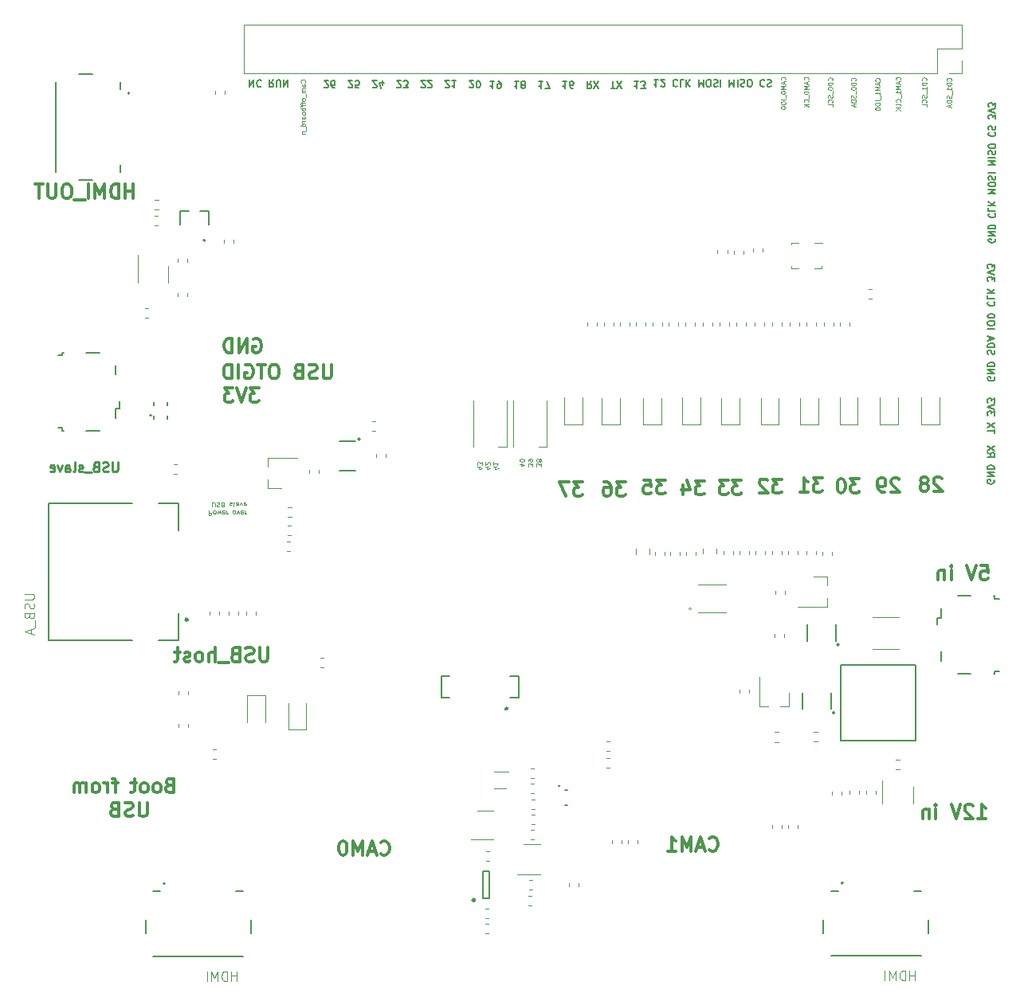
<source format=gbr>
%TF.GenerationSoftware,KiCad,Pcbnew,(5.0.1)-4*%
%TF.CreationDate,2019-03-02T12:31:22+00:00*%
%TF.ProjectId,camera module,63616D657261206D6F64756C652E6B69,rev?*%
%TF.SameCoordinates,Original*%
%TF.FileFunction,Legend,Bot*%
%TF.FilePolarity,Positive*%
%FSLAX46Y46*%
G04 Gerber Fmt 4.6, Leading zero omitted, Abs format (unit mm)*
G04 Created by KiCad (PCBNEW (5.0.1)-4) date 02/03/2019 12:31:22*
%MOMM*%
%LPD*%
G01*
G04 APERTURE LIST*
%ADD10C,0.125000*%
%ADD11C,0.300000*%
%ADD12C,0.250000*%
%ADD13C,0.187500*%
%ADD14C,0.150000*%
%ADD15C,0.120000*%
%ADD16C,0.127000*%
%ADD17C,0.400000*%
%ADD18C,0.200000*%
%ADD19C,0.050000*%
%ADD20C,0.100000*%
%ADD21C,0.304800*%
%ADD22C,0.254000*%
G04 APERTURE END LIST*
D10*
X94182142Y-84122857D02*
X93848809Y-84122857D01*
X94372619Y-84241904D02*
X94015476Y-84360952D01*
X94015476Y-84051428D01*
X93848809Y-83599047D02*
X93848809Y-83884761D01*
X93848809Y-83741904D02*
X94348809Y-83741904D01*
X94277380Y-83789523D01*
X94229761Y-83837142D01*
X94205952Y-83884761D01*
X93307142Y-84122857D02*
X92973809Y-84122857D01*
X93497619Y-84241904D02*
X93140476Y-84360952D01*
X93140476Y-84051428D01*
X93426190Y-83884761D02*
X93450000Y-83860952D01*
X93473809Y-83813333D01*
X93473809Y-83694285D01*
X93450000Y-83646666D01*
X93426190Y-83622857D01*
X93378571Y-83599047D01*
X93330952Y-83599047D01*
X93259523Y-83622857D01*
X92973809Y-83908571D01*
X92973809Y-83599047D01*
X92432142Y-84122857D02*
X92098809Y-84122857D01*
X92622619Y-84241904D02*
X92265476Y-84360952D01*
X92265476Y-84051428D01*
X92598809Y-83908571D02*
X92598809Y-83599047D01*
X92408333Y-83765714D01*
X92408333Y-83694285D01*
X92384523Y-83646666D01*
X92360714Y-83622857D01*
X92313095Y-83599047D01*
X92194047Y-83599047D01*
X92146428Y-83622857D01*
X92122619Y-83646666D01*
X92098809Y-83694285D01*
X92098809Y-83837142D01*
X92122619Y-83884761D01*
X92146428Y-83908571D01*
X98868809Y-84054761D02*
X98868809Y-83745238D01*
X98678333Y-83911904D01*
X98678333Y-83840476D01*
X98654523Y-83792857D01*
X98630714Y-83769047D01*
X98583095Y-83745238D01*
X98464047Y-83745238D01*
X98416428Y-83769047D01*
X98392619Y-83792857D01*
X98368809Y-83840476D01*
X98368809Y-83983333D01*
X98392619Y-84030952D01*
X98416428Y-84054761D01*
X98654523Y-83459523D02*
X98678333Y-83507142D01*
X98702142Y-83530952D01*
X98749761Y-83554761D01*
X98773571Y-83554761D01*
X98821190Y-83530952D01*
X98845000Y-83507142D01*
X98868809Y-83459523D01*
X98868809Y-83364285D01*
X98845000Y-83316666D01*
X98821190Y-83292857D01*
X98773571Y-83269047D01*
X98749761Y-83269047D01*
X98702142Y-83292857D01*
X98678333Y-83316666D01*
X98654523Y-83364285D01*
X98654523Y-83459523D01*
X98630714Y-83507142D01*
X98606904Y-83530952D01*
X98559285Y-83554761D01*
X98464047Y-83554761D01*
X98416428Y-83530952D01*
X98392619Y-83507142D01*
X98368809Y-83459523D01*
X98368809Y-83364285D01*
X98392619Y-83316666D01*
X98416428Y-83292857D01*
X98464047Y-83269047D01*
X98559285Y-83269047D01*
X98606904Y-83292857D01*
X98630714Y-83316666D01*
X98654523Y-83364285D01*
X97993809Y-84054761D02*
X97993809Y-83745238D01*
X97803333Y-83911904D01*
X97803333Y-83840476D01*
X97779523Y-83792857D01*
X97755714Y-83769047D01*
X97708095Y-83745238D01*
X97589047Y-83745238D01*
X97541428Y-83769047D01*
X97517619Y-83792857D01*
X97493809Y-83840476D01*
X97493809Y-83983333D01*
X97517619Y-84030952D01*
X97541428Y-84054761D01*
X97493809Y-83507142D02*
X97493809Y-83411904D01*
X97517619Y-83364285D01*
X97541428Y-83340476D01*
X97612857Y-83292857D01*
X97708095Y-83269047D01*
X97898571Y-83269047D01*
X97946190Y-83292857D01*
X97970000Y-83316666D01*
X97993809Y-83364285D01*
X97993809Y-83459523D01*
X97970000Y-83507142D01*
X97946190Y-83530952D01*
X97898571Y-83554761D01*
X97779523Y-83554761D01*
X97731904Y-83530952D01*
X97708095Y-83507142D01*
X97684285Y-83459523D01*
X97684285Y-83364285D01*
X97708095Y-83316666D01*
X97731904Y-83292857D01*
X97779523Y-83269047D01*
X96952142Y-83792857D02*
X96618809Y-83792857D01*
X97142619Y-83911904D02*
X96785476Y-84030952D01*
X96785476Y-83721428D01*
X97118809Y-83435714D02*
X97118809Y-83388095D01*
X97095000Y-83340476D01*
X97071190Y-83316666D01*
X97023571Y-83292857D01*
X96928333Y-83269047D01*
X96809285Y-83269047D01*
X96714047Y-83292857D01*
X96666428Y-83316666D01*
X96642619Y-83340476D01*
X96618809Y-83388095D01*
X96618809Y-83435714D01*
X96642619Y-83483333D01*
X96666428Y-83507142D01*
X96714047Y-83530952D01*
X96809285Y-83554761D01*
X96928333Y-83554761D01*
X97023571Y-83530952D01*
X97071190Y-83507142D01*
X97095000Y-83483333D01*
X97118809Y-83435714D01*
D11*
X103264285Y-85718571D02*
X102335714Y-85718571D01*
X102835714Y-86290000D01*
X102621428Y-86290000D01*
X102478571Y-86361428D01*
X102407142Y-86432857D01*
X102335714Y-86575714D01*
X102335714Y-86932857D01*
X102407142Y-87075714D01*
X102478571Y-87147142D01*
X102621428Y-87218571D01*
X103050000Y-87218571D01*
X103192857Y-87147142D01*
X103264285Y-87075714D01*
X101835714Y-85718571D02*
X100835714Y-85718571D01*
X101478571Y-87218571D01*
X107824285Y-85678571D02*
X106895714Y-85678571D01*
X107395714Y-86250000D01*
X107181428Y-86250000D01*
X107038571Y-86321428D01*
X106967142Y-86392857D01*
X106895714Y-86535714D01*
X106895714Y-86892857D01*
X106967142Y-87035714D01*
X107038571Y-87107142D01*
X107181428Y-87178571D01*
X107610000Y-87178571D01*
X107752857Y-87107142D01*
X107824285Y-87035714D01*
X105610000Y-85678571D02*
X105895714Y-85678571D01*
X106038571Y-85750000D01*
X106110000Y-85821428D01*
X106252857Y-86035714D01*
X106324285Y-86321428D01*
X106324285Y-86892857D01*
X106252857Y-87035714D01*
X106181428Y-87107142D01*
X106038571Y-87178571D01*
X105752857Y-87178571D01*
X105610000Y-87107142D01*
X105538571Y-87035714D01*
X105467142Y-86892857D01*
X105467142Y-86535714D01*
X105538571Y-86392857D01*
X105610000Y-86321428D01*
X105752857Y-86250000D01*
X106038571Y-86250000D01*
X106181428Y-86321428D01*
X106252857Y-86392857D01*
X106324285Y-86535714D01*
X112084285Y-85488571D02*
X111155714Y-85488571D01*
X111655714Y-86060000D01*
X111441428Y-86060000D01*
X111298571Y-86131428D01*
X111227142Y-86202857D01*
X111155714Y-86345714D01*
X111155714Y-86702857D01*
X111227142Y-86845714D01*
X111298571Y-86917142D01*
X111441428Y-86988571D01*
X111870000Y-86988571D01*
X112012857Y-86917142D01*
X112084285Y-86845714D01*
X109798571Y-85488571D02*
X110512857Y-85488571D01*
X110584285Y-86202857D01*
X110512857Y-86131428D01*
X110370000Y-86060000D01*
X110012857Y-86060000D01*
X109870000Y-86131428D01*
X109798571Y-86202857D01*
X109727142Y-86345714D01*
X109727142Y-86702857D01*
X109798571Y-86845714D01*
X109870000Y-86917142D01*
X110012857Y-86988571D01*
X110370000Y-86988571D01*
X110512857Y-86917142D01*
X110584285Y-86845714D01*
X116204285Y-85568571D02*
X115275714Y-85568571D01*
X115775714Y-86140000D01*
X115561428Y-86140000D01*
X115418571Y-86211428D01*
X115347142Y-86282857D01*
X115275714Y-86425714D01*
X115275714Y-86782857D01*
X115347142Y-86925714D01*
X115418571Y-86997142D01*
X115561428Y-87068571D01*
X115990000Y-87068571D01*
X116132857Y-86997142D01*
X116204285Y-86925714D01*
X113990000Y-86068571D02*
X113990000Y-87068571D01*
X114347142Y-85497142D02*
X114704285Y-86568571D01*
X113775714Y-86568571D01*
X120174285Y-85538571D02*
X119245714Y-85538571D01*
X119745714Y-86110000D01*
X119531428Y-86110000D01*
X119388571Y-86181428D01*
X119317142Y-86252857D01*
X119245714Y-86395714D01*
X119245714Y-86752857D01*
X119317142Y-86895714D01*
X119388571Y-86967142D01*
X119531428Y-87038571D01*
X119960000Y-87038571D01*
X120102857Y-86967142D01*
X120174285Y-86895714D01*
X118745714Y-85538571D02*
X117817142Y-85538571D01*
X118317142Y-86110000D01*
X118102857Y-86110000D01*
X117960000Y-86181428D01*
X117888571Y-86252857D01*
X117817142Y-86395714D01*
X117817142Y-86752857D01*
X117888571Y-86895714D01*
X117960000Y-86967142D01*
X118102857Y-87038571D01*
X118531428Y-87038571D01*
X118674285Y-86967142D01*
X118745714Y-86895714D01*
X124414285Y-85408571D02*
X123485714Y-85408571D01*
X123985714Y-85980000D01*
X123771428Y-85980000D01*
X123628571Y-86051428D01*
X123557142Y-86122857D01*
X123485714Y-86265714D01*
X123485714Y-86622857D01*
X123557142Y-86765714D01*
X123628571Y-86837142D01*
X123771428Y-86908571D01*
X124200000Y-86908571D01*
X124342857Y-86837142D01*
X124414285Y-86765714D01*
X122914285Y-85551428D02*
X122842857Y-85480000D01*
X122700000Y-85408571D01*
X122342857Y-85408571D01*
X122200000Y-85480000D01*
X122128571Y-85551428D01*
X122057142Y-85694285D01*
X122057142Y-85837142D01*
X122128571Y-86051428D01*
X122985714Y-86908571D01*
X122057142Y-86908571D01*
X128734285Y-85278571D02*
X127805714Y-85278571D01*
X128305714Y-85850000D01*
X128091428Y-85850000D01*
X127948571Y-85921428D01*
X127877142Y-85992857D01*
X127805714Y-86135714D01*
X127805714Y-86492857D01*
X127877142Y-86635714D01*
X127948571Y-86707142D01*
X128091428Y-86778571D01*
X128520000Y-86778571D01*
X128662857Y-86707142D01*
X128734285Y-86635714D01*
X126377142Y-86778571D02*
X127234285Y-86778571D01*
X126805714Y-86778571D02*
X126805714Y-85278571D01*
X126948571Y-85492857D01*
X127091428Y-85635714D01*
X127234285Y-85707142D01*
X132704285Y-85368571D02*
X131775714Y-85368571D01*
X132275714Y-85940000D01*
X132061428Y-85940000D01*
X131918571Y-86011428D01*
X131847142Y-86082857D01*
X131775714Y-86225714D01*
X131775714Y-86582857D01*
X131847142Y-86725714D01*
X131918571Y-86797142D01*
X132061428Y-86868571D01*
X132490000Y-86868571D01*
X132632857Y-86797142D01*
X132704285Y-86725714D01*
X130847142Y-85368571D02*
X130704285Y-85368571D01*
X130561428Y-85440000D01*
X130490000Y-85511428D01*
X130418571Y-85654285D01*
X130347142Y-85940000D01*
X130347142Y-86297142D01*
X130418571Y-86582857D01*
X130490000Y-86725714D01*
X130561428Y-86797142D01*
X130704285Y-86868571D01*
X130847142Y-86868571D01*
X130990000Y-86797142D01*
X131061428Y-86725714D01*
X131132857Y-86582857D01*
X131204285Y-86297142D01*
X131204285Y-85940000D01*
X131132857Y-85654285D01*
X131061428Y-85511428D01*
X130990000Y-85440000D01*
X130847142Y-85368571D01*
X136932857Y-85441428D02*
X136861428Y-85370000D01*
X136718571Y-85298571D01*
X136361428Y-85298571D01*
X136218571Y-85370000D01*
X136147142Y-85441428D01*
X136075714Y-85584285D01*
X136075714Y-85727142D01*
X136147142Y-85941428D01*
X137004285Y-86798571D01*
X136075714Y-86798571D01*
X135361428Y-86798571D02*
X135075714Y-86798571D01*
X134932857Y-86727142D01*
X134861428Y-86655714D01*
X134718571Y-86441428D01*
X134647142Y-86155714D01*
X134647142Y-85584285D01*
X134718571Y-85441428D01*
X134790000Y-85370000D01*
X134932857Y-85298571D01*
X135218571Y-85298571D01*
X135361428Y-85370000D01*
X135432857Y-85441428D01*
X135504285Y-85584285D01*
X135504285Y-85941428D01*
X135432857Y-86084285D01*
X135361428Y-86155714D01*
X135218571Y-86227142D01*
X134932857Y-86227142D01*
X134790000Y-86155714D01*
X134718571Y-86084285D01*
X134647142Y-85941428D01*
X141452857Y-85351428D02*
X141381428Y-85280000D01*
X141238571Y-85208571D01*
X140881428Y-85208571D01*
X140738571Y-85280000D01*
X140667142Y-85351428D01*
X140595714Y-85494285D01*
X140595714Y-85637142D01*
X140667142Y-85851428D01*
X141524285Y-86708571D01*
X140595714Y-86708571D01*
X139738571Y-85851428D02*
X139881428Y-85780000D01*
X139952857Y-85708571D01*
X140024285Y-85565714D01*
X140024285Y-85494285D01*
X139952857Y-85351428D01*
X139881428Y-85280000D01*
X139738571Y-85208571D01*
X139452857Y-85208571D01*
X139310000Y-85280000D01*
X139238571Y-85351428D01*
X139167142Y-85494285D01*
X139167142Y-85565714D01*
X139238571Y-85708571D01*
X139310000Y-85780000D01*
X139452857Y-85851428D01*
X139738571Y-85851428D01*
X139881428Y-85922857D01*
X139952857Y-85994285D01*
X140024285Y-86137142D01*
X140024285Y-86422857D01*
X139952857Y-86565714D01*
X139881428Y-86637142D01*
X139738571Y-86708571D01*
X139452857Y-86708571D01*
X139310000Y-86637142D01*
X139238571Y-86565714D01*
X139167142Y-86422857D01*
X139167142Y-86137142D01*
X139238571Y-85994285D01*
X139310000Y-85922857D01*
X139452857Y-85851428D01*
X68877142Y-75738571D02*
X67948571Y-75738571D01*
X68448571Y-76310000D01*
X68234285Y-76310000D01*
X68091428Y-76381428D01*
X68020000Y-76452857D01*
X67948571Y-76595714D01*
X67948571Y-76952857D01*
X68020000Y-77095714D01*
X68091428Y-77167142D01*
X68234285Y-77238571D01*
X68662857Y-77238571D01*
X68805714Y-77167142D01*
X68877142Y-77095714D01*
X67520000Y-75738571D02*
X67020000Y-77238571D01*
X66520000Y-75738571D01*
X66162857Y-75738571D02*
X65234285Y-75738571D01*
X65734285Y-76310000D01*
X65520000Y-76310000D01*
X65377142Y-76381428D01*
X65305714Y-76452857D01*
X65234285Y-76595714D01*
X65234285Y-76952857D01*
X65305714Y-77095714D01*
X65377142Y-77167142D01*
X65520000Y-77238571D01*
X65948571Y-77238571D01*
X66091428Y-77167142D01*
X66162857Y-77095714D01*
X76588571Y-73218571D02*
X76588571Y-74432857D01*
X76517142Y-74575714D01*
X76445714Y-74647142D01*
X76302857Y-74718571D01*
X76017142Y-74718571D01*
X75874285Y-74647142D01*
X75802857Y-74575714D01*
X75731428Y-74432857D01*
X75731428Y-73218571D01*
X75088571Y-74647142D02*
X74874285Y-74718571D01*
X74517142Y-74718571D01*
X74374285Y-74647142D01*
X74302857Y-74575714D01*
X74231428Y-74432857D01*
X74231428Y-74290000D01*
X74302857Y-74147142D01*
X74374285Y-74075714D01*
X74517142Y-74004285D01*
X74802857Y-73932857D01*
X74945714Y-73861428D01*
X75017142Y-73790000D01*
X75088571Y-73647142D01*
X75088571Y-73504285D01*
X75017142Y-73361428D01*
X74945714Y-73290000D01*
X74802857Y-73218571D01*
X74445714Y-73218571D01*
X74231428Y-73290000D01*
X73088571Y-73932857D02*
X72874285Y-74004285D01*
X72802857Y-74075714D01*
X72731428Y-74218571D01*
X72731428Y-74432857D01*
X72802857Y-74575714D01*
X72874285Y-74647142D01*
X73017142Y-74718571D01*
X73588571Y-74718571D01*
X73588571Y-73218571D01*
X73088571Y-73218571D01*
X72945714Y-73290000D01*
X72874285Y-73361428D01*
X72802857Y-73504285D01*
X72802857Y-73647142D01*
X72874285Y-73790000D01*
X72945714Y-73861428D01*
X73088571Y-73932857D01*
X73588571Y-73932857D01*
X70660000Y-73218571D02*
X70374285Y-73218571D01*
X70231428Y-73290000D01*
X70088571Y-73432857D01*
X70017142Y-73718571D01*
X70017142Y-74218571D01*
X70088571Y-74504285D01*
X70231428Y-74647142D01*
X70374285Y-74718571D01*
X70660000Y-74718571D01*
X70802857Y-74647142D01*
X70945714Y-74504285D01*
X71017142Y-74218571D01*
X71017142Y-73718571D01*
X70945714Y-73432857D01*
X70802857Y-73290000D01*
X70660000Y-73218571D01*
X69588571Y-73218571D02*
X68731428Y-73218571D01*
X69160000Y-74718571D02*
X69160000Y-73218571D01*
X67445714Y-73290000D02*
X67588571Y-73218571D01*
X67802857Y-73218571D01*
X68017142Y-73290000D01*
X68160000Y-73432857D01*
X68231428Y-73575714D01*
X68302857Y-73861428D01*
X68302857Y-74075714D01*
X68231428Y-74361428D01*
X68160000Y-74504285D01*
X68017142Y-74647142D01*
X67802857Y-74718571D01*
X67660000Y-74718571D01*
X67445714Y-74647142D01*
X67374285Y-74575714D01*
X67374285Y-74075714D01*
X67660000Y-74075714D01*
X66731428Y-74718571D02*
X66731428Y-73218571D01*
X66017142Y-74718571D02*
X66017142Y-73218571D01*
X65660000Y-73218571D01*
X65445714Y-73290000D01*
X65302857Y-73432857D01*
X65231428Y-73575714D01*
X65160000Y-73861428D01*
X65160000Y-74075714D01*
X65231428Y-74361428D01*
X65302857Y-74504285D01*
X65445714Y-74647142D01*
X65660000Y-74718571D01*
X66017142Y-74718571D01*
X68332857Y-70550000D02*
X68475714Y-70478571D01*
X68690000Y-70478571D01*
X68904285Y-70550000D01*
X69047142Y-70692857D01*
X69118571Y-70835714D01*
X69190000Y-71121428D01*
X69190000Y-71335714D01*
X69118571Y-71621428D01*
X69047142Y-71764285D01*
X68904285Y-71907142D01*
X68690000Y-71978571D01*
X68547142Y-71978571D01*
X68332857Y-71907142D01*
X68261428Y-71835714D01*
X68261428Y-71335714D01*
X68547142Y-71335714D01*
X67618571Y-71978571D02*
X67618571Y-70478571D01*
X66761428Y-71978571D01*
X66761428Y-70478571D01*
X66047142Y-71978571D02*
X66047142Y-70478571D01*
X65690000Y-70478571D01*
X65475714Y-70550000D01*
X65332857Y-70692857D01*
X65261428Y-70835714D01*
X65190000Y-71121428D01*
X65190000Y-71335714D01*
X65261428Y-71621428D01*
X65332857Y-71764285D01*
X65475714Y-71907142D01*
X65690000Y-71978571D01*
X66047142Y-71978571D01*
D10*
X63565238Y-88731309D02*
X63565238Y-89231309D01*
X63755714Y-89231309D01*
X63803333Y-89207500D01*
X63827142Y-89183690D01*
X63850952Y-89136071D01*
X63850952Y-89064642D01*
X63827142Y-89017023D01*
X63803333Y-88993214D01*
X63755714Y-88969404D01*
X63565238Y-88969404D01*
X64136666Y-88731309D02*
X64089047Y-88755119D01*
X64065238Y-88778928D01*
X64041428Y-88826547D01*
X64041428Y-88969404D01*
X64065238Y-89017023D01*
X64089047Y-89040833D01*
X64136666Y-89064642D01*
X64208095Y-89064642D01*
X64255714Y-89040833D01*
X64279523Y-89017023D01*
X64303333Y-88969404D01*
X64303333Y-88826547D01*
X64279523Y-88778928D01*
X64255714Y-88755119D01*
X64208095Y-88731309D01*
X64136666Y-88731309D01*
X64470000Y-89064642D02*
X64565238Y-88731309D01*
X64660476Y-88969404D01*
X64755714Y-88731309D01*
X64850952Y-89064642D01*
X65231904Y-88755119D02*
X65184285Y-88731309D01*
X65089047Y-88731309D01*
X65041428Y-88755119D01*
X65017619Y-88802738D01*
X65017619Y-88993214D01*
X65041428Y-89040833D01*
X65089047Y-89064642D01*
X65184285Y-89064642D01*
X65231904Y-89040833D01*
X65255714Y-88993214D01*
X65255714Y-88945595D01*
X65017619Y-88897976D01*
X65470000Y-88731309D02*
X65470000Y-89064642D01*
X65470000Y-88969404D02*
X65493809Y-89017023D01*
X65517619Y-89040833D01*
X65565238Y-89064642D01*
X65612857Y-89064642D01*
X66231904Y-88731309D02*
X66184285Y-88755119D01*
X66160476Y-88778928D01*
X66136666Y-88826547D01*
X66136666Y-88969404D01*
X66160476Y-89017023D01*
X66184285Y-89040833D01*
X66231904Y-89064642D01*
X66303333Y-89064642D01*
X66350952Y-89040833D01*
X66374761Y-89017023D01*
X66398571Y-88969404D01*
X66398571Y-88826547D01*
X66374761Y-88778928D01*
X66350952Y-88755119D01*
X66303333Y-88731309D01*
X66231904Y-88731309D01*
X66565238Y-89064642D02*
X66684285Y-88731309D01*
X66803333Y-89064642D01*
X67184285Y-88755119D02*
X67136666Y-88731309D01*
X67041428Y-88731309D01*
X66993809Y-88755119D01*
X66970000Y-88802738D01*
X66970000Y-88993214D01*
X66993809Y-89040833D01*
X67041428Y-89064642D01*
X67136666Y-89064642D01*
X67184285Y-89040833D01*
X67208095Y-88993214D01*
X67208095Y-88945595D01*
X66970000Y-88897976D01*
X67422380Y-88731309D02*
X67422380Y-89064642D01*
X67422380Y-88969404D02*
X67446190Y-89017023D01*
X67470000Y-89040833D01*
X67517619Y-89064642D01*
X67565238Y-89064642D01*
X63934285Y-88356309D02*
X63934285Y-87951547D01*
X63958095Y-87903928D01*
X63981904Y-87880119D01*
X64029523Y-87856309D01*
X64124761Y-87856309D01*
X64172380Y-87880119D01*
X64196190Y-87903928D01*
X64220000Y-87951547D01*
X64220000Y-88356309D01*
X64434285Y-87880119D02*
X64505714Y-87856309D01*
X64624761Y-87856309D01*
X64672380Y-87880119D01*
X64696190Y-87903928D01*
X64720000Y-87951547D01*
X64720000Y-87999166D01*
X64696190Y-88046785D01*
X64672380Y-88070595D01*
X64624761Y-88094404D01*
X64529523Y-88118214D01*
X64481904Y-88142023D01*
X64458095Y-88165833D01*
X64434285Y-88213452D01*
X64434285Y-88261071D01*
X64458095Y-88308690D01*
X64481904Y-88332500D01*
X64529523Y-88356309D01*
X64648571Y-88356309D01*
X64720000Y-88332500D01*
X65100952Y-88118214D02*
X65172380Y-88094404D01*
X65196190Y-88070595D01*
X65220000Y-88022976D01*
X65220000Y-87951547D01*
X65196190Y-87903928D01*
X65172380Y-87880119D01*
X65124761Y-87856309D01*
X64934285Y-87856309D01*
X64934285Y-88356309D01*
X65100952Y-88356309D01*
X65148571Y-88332500D01*
X65172380Y-88308690D01*
X65196190Y-88261071D01*
X65196190Y-88213452D01*
X65172380Y-88165833D01*
X65148571Y-88142023D01*
X65100952Y-88118214D01*
X64934285Y-88118214D01*
X65791428Y-87880119D02*
X65839047Y-87856309D01*
X65934285Y-87856309D01*
X65981904Y-87880119D01*
X66005714Y-87927738D01*
X66005714Y-87951547D01*
X65981904Y-87999166D01*
X65934285Y-88022976D01*
X65862857Y-88022976D01*
X65815238Y-88046785D01*
X65791428Y-88094404D01*
X65791428Y-88118214D01*
X65815238Y-88165833D01*
X65862857Y-88189642D01*
X65934285Y-88189642D01*
X65981904Y-88165833D01*
X66291428Y-87856309D02*
X66243809Y-87880119D01*
X66220000Y-87927738D01*
X66220000Y-88356309D01*
X66696190Y-87856309D02*
X66696190Y-88118214D01*
X66672380Y-88165833D01*
X66624761Y-88189642D01*
X66529523Y-88189642D01*
X66481904Y-88165833D01*
X66696190Y-87880119D02*
X66648571Y-87856309D01*
X66529523Y-87856309D01*
X66481904Y-87880119D01*
X66458095Y-87927738D01*
X66458095Y-87975357D01*
X66481904Y-88022976D01*
X66529523Y-88046785D01*
X66648571Y-88046785D01*
X66696190Y-88070595D01*
X66886666Y-88189642D02*
X67005714Y-87856309D01*
X67124761Y-88189642D01*
X67505714Y-87880119D02*
X67458095Y-87856309D01*
X67362857Y-87856309D01*
X67315238Y-87880119D01*
X67291428Y-87927738D01*
X67291428Y-88118214D01*
X67315238Y-88165833D01*
X67362857Y-88189642D01*
X67458095Y-88189642D01*
X67505714Y-88165833D01*
X67529523Y-88118214D01*
X67529523Y-88070595D01*
X67291428Y-88022976D01*
D11*
X69867142Y-103308571D02*
X69867142Y-104522857D01*
X69795714Y-104665714D01*
X69724285Y-104737142D01*
X69581428Y-104808571D01*
X69295714Y-104808571D01*
X69152857Y-104737142D01*
X69081428Y-104665714D01*
X69010000Y-104522857D01*
X69010000Y-103308571D01*
X68367142Y-104737142D02*
X68152857Y-104808571D01*
X67795714Y-104808571D01*
X67652857Y-104737142D01*
X67581428Y-104665714D01*
X67510000Y-104522857D01*
X67510000Y-104380000D01*
X67581428Y-104237142D01*
X67652857Y-104165714D01*
X67795714Y-104094285D01*
X68081428Y-104022857D01*
X68224285Y-103951428D01*
X68295714Y-103880000D01*
X68367142Y-103737142D01*
X68367142Y-103594285D01*
X68295714Y-103451428D01*
X68224285Y-103380000D01*
X68081428Y-103308571D01*
X67724285Y-103308571D01*
X67510000Y-103380000D01*
X66367142Y-104022857D02*
X66152857Y-104094285D01*
X66081428Y-104165714D01*
X66010000Y-104308571D01*
X66010000Y-104522857D01*
X66081428Y-104665714D01*
X66152857Y-104737142D01*
X66295714Y-104808571D01*
X66867142Y-104808571D01*
X66867142Y-103308571D01*
X66367142Y-103308571D01*
X66224285Y-103380000D01*
X66152857Y-103451428D01*
X66081428Y-103594285D01*
X66081428Y-103737142D01*
X66152857Y-103880000D01*
X66224285Y-103951428D01*
X66367142Y-104022857D01*
X66867142Y-104022857D01*
X65724285Y-104951428D02*
X64581428Y-104951428D01*
X64224285Y-104808571D02*
X64224285Y-103308571D01*
X63581428Y-104808571D02*
X63581428Y-104022857D01*
X63652857Y-103880000D01*
X63795714Y-103808571D01*
X64010000Y-103808571D01*
X64152857Y-103880000D01*
X64224285Y-103951428D01*
X62652857Y-104808571D02*
X62795714Y-104737142D01*
X62867142Y-104665714D01*
X62938571Y-104522857D01*
X62938571Y-104094285D01*
X62867142Y-103951428D01*
X62795714Y-103880000D01*
X62652857Y-103808571D01*
X62438571Y-103808571D01*
X62295714Y-103880000D01*
X62224285Y-103951428D01*
X62152857Y-104094285D01*
X62152857Y-104522857D01*
X62224285Y-104665714D01*
X62295714Y-104737142D01*
X62438571Y-104808571D01*
X62652857Y-104808571D01*
X61581428Y-104737142D02*
X61438571Y-104808571D01*
X61152857Y-104808571D01*
X61010000Y-104737142D01*
X60938571Y-104594285D01*
X60938571Y-104522857D01*
X61010000Y-104380000D01*
X61152857Y-104308571D01*
X61367142Y-104308571D01*
X61510000Y-104237142D01*
X61581428Y-104094285D01*
X61581428Y-104022857D01*
X61510000Y-103880000D01*
X61367142Y-103808571D01*
X61152857Y-103808571D01*
X61010000Y-103880000D01*
X60510000Y-103808571D02*
X59938571Y-103808571D01*
X60295714Y-103308571D02*
X60295714Y-104594285D01*
X60224285Y-104737142D01*
X60081428Y-104808571D01*
X59938571Y-104808571D01*
D12*
X53891428Y-83612380D02*
X53891428Y-84421904D01*
X53843809Y-84517142D01*
X53796190Y-84564761D01*
X53700952Y-84612380D01*
X53510476Y-84612380D01*
X53415238Y-84564761D01*
X53367619Y-84517142D01*
X53320000Y-84421904D01*
X53320000Y-83612380D01*
X52891428Y-84564761D02*
X52748571Y-84612380D01*
X52510476Y-84612380D01*
X52415238Y-84564761D01*
X52367619Y-84517142D01*
X52320000Y-84421904D01*
X52320000Y-84326666D01*
X52367619Y-84231428D01*
X52415238Y-84183809D01*
X52510476Y-84136190D01*
X52700952Y-84088571D01*
X52796190Y-84040952D01*
X52843809Y-83993333D01*
X52891428Y-83898095D01*
X52891428Y-83802857D01*
X52843809Y-83707619D01*
X52796190Y-83660000D01*
X52700952Y-83612380D01*
X52462857Y-83612380D01*
X52320000Y-83660000D01*
X51558095Y-84088571D02*
X51415238Y-84136190D01*
X51367619Y-84183809D01*
X51320000Y-84279047D01*
X51320000Y-84421904D01*
X51367619Y-84517142D01*
X51415238Y-84564761D01*
X51510476Y-84612380D01*
X51891428Y-84612380D01*
X51891428Y-83612380D01*
X51558095Y-83612380D01*
X51462857Y-83660000D01*
X51415238Y-83707619D01*
X51367619Y-83802857D01*
X51367619Y-83898095D01*
X51415238Y-83993333D01*
X51462857Y-84040952D01*
X51558095Y-84088571D01*
X51891428Y-84088571D01*
X51129523Y-84707619D02*
X50367619Y-84707619D01*
X50177142Y-84564761D02*
X50081904Y-84612380D01*
X49891428Y-84612380D01*
X49796190Y-84564761D01*
X49748571Y-84469523D01*
X49748571Y-84421904D01*
X49796190Y-84326666D01*
X49891428Y-84279047D01*
X50034285Y-84279047D01*
X50129523Y-84231428D01*
X50177142Y-84136190D01*
X50177142Y-84088571D01*
X50129523Y-83993333D01*
X50034285Y-83945714D01*
X49891428Y-83945714D01*
X49796190Y-83993333D01*
X49177142Y-84612380D02*
X49272380Y-84564761D01*
X49320000Y-84469523D01*
X49320000Y-83612380D01*
X48367619Y-84612380D02*
X48367619Y-84088571D01*
X48415238Y-83993333D01*
X48510476Y-83945714D01*
X48700952Y-83945714D01*
X48796190Y-83993333D01*
X48367619Y-84564761D02*
X48462857Y-84612380D01*
X48700952Y-84612380D01*
X48796190Y-84564761D01*
X48843809Y-84469523D01*
X48843809Y-84374285D01*
X48796190Y-84279047D01*
X48700952Y-84231428D01*
X48462857Y-84231428D01*
X48367619Y-84183809D01*
X47986666Y-83945714D02*
X47748571Y-84612380D01*
X47510476Y-83945714D01*
X46748571Y-84564761D02*
X46843809Y-84612380D01*
X47034285Y-84612380D01*
X47129523Y-84564761D01*
X47177142Y-84469523D01*
X47177142Y-84088571D01*
X47129523Y-83993333D01*
X47034285Y-83945714D01*
X46843809Y-83945714D01*
X46748571Y-83993333D01*
X46700952Y-84088571D01*
X46700952Y-84183809D01*
X47177142Y-84279047D01*
D11*
X55567142Y-55558571D02*
X55567142Y-54058571D01*
X55567142Y-54772857D02*
X54710000Y-54772857D01*
X54710000Y-55558571D02*
X54710000Y-54058571D01*
X53995714Y-55558571D02*
X53995714Y-54058571D01*
X53638571Y-54058571D01*
X53424285Y-54130000D01*
X53281428Y-54272857D01*
X53210000Y-54415714D01*
X53138571Y-54701428D01*
X53138571Y-54915714D01*
X53210000Y-55201428D01*
X53281428Y-55344285D01*
X53424285Y-55487142D01*
X53638571Y-55558571D01*
X53995714Y-55558571D01*
X52495714Y-55558571D02*
X52495714Y-54058571D01*
X51995714Y-55130000D01*
X51495714Y-54058571D01*
X51495714Y-55558571D01*
X50781428Y-55558571D02*
X50781428Y-54058571D01*
X50424285Y-55701428D02*
X49281428Y-55701428D01*
X48638571Y-54058571D02*
X48352857Y-54058571D01*
X48210000Y-54130000D01*
X48067142Y-54272857D01*
X47995714Y-54558571D01*
X47995714Y-55058571D01*
X48067142Y-55344285D01*
X48210000Y-55487142D01*
X48352857Y-55558571D01*
X48638571Y-55558571D01*
X48781428Y-55487142D01*
X48924285Y-55344285D01*
X48995714Y-55058571D01*
X48995714Y-54558571D01*
X48924285Y-54272857D01*
X48781428Y-54130000D01*
X48638571Y-54058571D01*
X47352857Y-54058571D02*
X47352857Y-55272857D01*
X47281428Y-55415714D01*
X47210000Y-55487142D01*
X47067142Y-55558571D01*
X46781428Y-55558571D01*
X46638571Y-55487142D01*
X46567142Y-55415714D01*
X46495714Y-55272857D01*
X46495714Y-54058571D01*
X45995714Y-54058571D02*
X45138571Y-54058571D01*
X45567142Y-55558571D02*
X45567142Y-54058571D01*
D10*
X142438571Y-43083809D02*
X142462380Y-43060000D01*
X142486190Y-42988571D01*
X142486190Y-42940952D01*
X142462380Y-42869523D01*
X142414761Y-42821904D01*
X142367142Y-42798095D01*
X142271904Y-42774285D01*
X142200476Y-42774285D01*
X142105238Y-42798095D01*
X142057619Y-42821904D01*
X142010000Y-42869523D01*
X141986190Y-42940952D01*
X141986190Y-42988571D01*
X142010000Y-43060000D01*
X142033809Y-43083809D01*
X142486190Y-43298095D02*
X141986190Y-43298095D01*
X141986190Y-43417142D01*
X142010000Y-43488571D01*
X142057619Y-43536190D01*
X142105238Y-43560000D01*
X142200476Y-43583809D01*
X142271904Y-43583809D01*
X142367142Y-43560000D01*
X142414761Y-43536190D01*
X142462380Y-43488571D01*
X142486190Y-43417142D01*
X142486190Y-43298095D01*
X142486190Y-44060000D02*
X142486190Y-43774285D01*
X142486190Y-43917142D02*
X141986190Y-43917142D01*
X142057619Y-43869523D01*
X142105238Y-43821904D01*
X142129047Y-43774285D01*
X142533809Y-44155238D02*
X142533809Y-44536190D01*
X142462380Y-44631428D02*
X142486190Y-44702857D01*
X142486190Y-44821904D01*
X142462380Y-44869523D01*
X142438571Y-44893333D01*
X142390952Y-44917142D01*
X142343333Y-44917142D01*
X142295714Y-44893333D01*
X142271904Y-44869523D01*
X142248095Y-44821904D01*
X142224285Y-44726666D01*
X142200476Y-44679047D01*
X142176666Y-44655238D01*
X142129047Y-44631428D01*
X142081428Y-44631428D01*
X142033809Y-44655238D01*
X142010000Y-44679047D01*
X141986190Y-44726666D01*
X141986190Y-44845714D01*
X142010000Y-44917142D01*
X142486190Y-45131428D02*
X141986190Y-45131428D01*
X141986190Y-45250476D01*
X142010000Y-45321904D01*
X142057619Y-45369523D01*
X142105238Y-45393333D01*
X142200476Y-45417142D01*
X142271904Y-45417142D01*
X142367142Y-45393333D01*
X142414761Y-45369523D01*
X142462380Y-45321904D01*
X142486190Y-45250476D01*
X142486190Y-45131428D01*
X142343333Y-45607619D02*
X142343333Y-45845714D01*
X142486190Y-45560000D02*
X141986190Y-45726666D01*
X142486190Y-45893333D01*
X139798571Y-43035714D02*
X139822380Y-43011904D01*
X139846190Y-42940476D01*
X139846190Y-42892857D01*
X139822380Y-42821428D01*
X139774761Y-42773809D01*
X139727142Y-42750000D01*
X139631904Y-42726190D01*
X139560476Y-42726190D01*
X139465238Y-42750000D01*
X139417619Y-42773809D01*
X139370000Y-42821428D01*
X139346190Y-42892857D01*
X139346190Y-42940476D01*
X139370000Y-43011904D01*
X139393809Y-43035714D01*
X139846190Y-43250000D02*
X139346190Y-43250000D01*
X139346190Y-43369047D01*
X139370000Y-43440476D01*
X139417619Y-43488095D01*
X139465238Y-43511904D01*
X139560476Y-43535714D01*
X139631904Y-43535714D01*
X139727142Y-43511904D01*
X139774761Y-43488095D01*
X139822380Y-43440476D01*
X139846190Y-43369047D01*
X139846190Y-43250000D01*
X139846190Y-44011904D02*
X139846190Y-43726190D01*
X139846190Y-43869047D02*
X139346190Y-43869047D01*
X139417619Y-43821428D01*
X139465238Y-43773809D01*
X139489047Y-43726190D01*
X139893809Y-44107142D02*
X139893809Y-44488095D01*
X139822380Y-44583333D02*
X139846190Y-44654761D01*
X139846190Y-44773809D01*
X139822380Y-44821428D01*
X139798571Y-44845238D01*
X139750952Y-44869047D01*
X139703333Y-44869047D01*
X139655714Y-44845238D01*
X139631904Y-44821428D01*
X139608095Y-44773809D01*
X139584285Y-44678571D01*
X139560476Y-44630952D01*
X139536666Y-44607142D01*
X139489047Y-44583333D01*
X139441428Y-44583333D01*
X139393809Y-44607142D01*
X139370000Y-44630952D01*
X139346190Y-44678571D01*
X139346190Y-44797619D01*
X139370000Y-44869047D01*
X139798571Y-45369047D02*
X139822380Y-45345238D01*
X139846190Y-45273809D01*
X139846190Y-45226190D01*
X139822380Y-45154761D01*
X139774761Y-45107142D01*
X139727142Y-45083333D01*
X139631904Y-45059523D01*
X139560476Y-45059523D01*
X139465238Y-45083333D01*
X139417619Y-45107142D01*
X139370000Y-45154761D01*
X139346190Y-45226190D01*
X139346190Y-45273809D01*
X139370000Y-45345238D01*
X139393809Y-45369047D01*
X139846190Y-45821428D02*
X139846190Y-45583333D01*
X139346190Y-45583333D01*
X137038571Y-42953809D02*
X137062380Y-42930000D01*
X137086190Y-42858571D01*
X137086190Y-42810952D01*
X137062380Y-42739523D01*
X137014761Y-42691904D01*
X136967142Y-42668095D01*
X136871904Y-42644285D01*
X136800476Y-42644285D01*
X136705238Y-42668095D01*
X136657619Y-42691904D01*
X136610000Y-42739523D01*
X136586190Y-42810952D01*
X136586190Y-42858571D01*
X136610000Y-42930000D01*
X136633809Y-42953809D01*
X136943333Y-43144285D02*
X136943333Y-43382380D01*
X137086190Y-43096666D02*
X136586190Y-43263333D01*
X137086190Y-43430000D01*
X137086190Y-43596666D02*
X136586190Y-43596666D01*
X136943333Y-43763333D01*
X136586190Y-43930000D01*
X137086190Y-43930000D01*
X137086190Y-44430000D02*
X137086190Y-44144285D01*
X137086190Y-44287142D02*
X136586190Y-44287142D01*
X136657619Y-44239523D01*
X136705238Y-44191904D01*
X136729047Y-44144285D01*
X137133809Y-44525238D02*
X137133809Y-44906190D01*
X137038571Y-45310952D02*
X137062380Y-45287142D01*
X137086190Y-45215714D01*
X137086190Y-45168095D01*
X137062380Y-45096666D01*
X137014761Y-45049047D01*
X136967142Y-45025238D01*
X136871904Y-45001428D01*
X136800476Y-45001428D01*
X136705238Y-45025238D01*
X136657619Y-45049047D01*
X136610000Y-45096666D01*
X136586190Y-45168095D01*
X136586190Y-45215714D01*
X136610000Y-45287142D01*
X136633809Y-45310952D01*
X137086190Y-45763333D02*
X137086190Y-45525238D01*
X136586190Y-45525238D01*
X137086190Y-45930000D02*
X136586190Y-45930000D01*
X137086190Y-46215714D02*
X136800476Y-46001428D01*
X136586190Y-46215714D02*
X136871904Y-45930000D01*
X134838571Y-43077142D02*
X134862380Y-43053333D01*
X134886190Y-42981904D01*
X134886190Y-42934285D01*
X134862380Y-42862857D01*
X134814761Y-42815238D01*
X134767142Y-42791428D01*
X134671904Y-42767619D01*
X134600476Y-42767619D01*
X134505238Y-42791428D01*
X134457619Y-42815238D01*
X134410000Y-42862857D01*
X134386190Y-42934285D01*
X134386190Y-42981904D01*
X134410000Y-43053333D01*
X134433809Y-43077142D01*
X134743333Y-43267619D02*
X134743333Y-43505714D01*
X134886190Y-43220000D02*
X134386190Y-43386666D01*
X134886190Y-43553333D01*
X134886190Y-43720000D02*
X134386190Y-43720000D01*
X134743333Y-43886666D01*
X134386190Y-44053333D01*
X134886190Y-44053333D01*
X134886190Y-44553333D02*
X134886190Y-44267619D01*
X134886190Y-44410476D02*
X134386190Y-44410476D01*
X134457619Y-44362857D01*
X134505238Y-44315238D01*
X134529047Y-44267619D01*
X134933809Y-44648571D02*
X134933809Y-45029523D01*
X134886190Y-45148571D02*
X134386190Y-45148571D01*
X134386190Y-45481904D02*
X134386190Y-45577142D01*
X134410000Y-45624761D01*
X134457619Y-45672380D01*
X134552857Y-45696190D01*
X134719523Y-45696190D01*
X134814761Y-45672380D01*
X134862380Y-45624761D01*
X134886190Y-45577142D01*
X134886190Y-45481904D01*
X134862380Y-45434285D01*
X134814761Y-45386666D01*
X134719523Y-45362857D01*
X134552857Y-45362857D01*
X134457619Y-45386666D01*
X134410000Y-45434285D01*
X134386190Y-45481904D01*
X134386190Y-46005714D02*
X134386190Y-46053333D01*
X134410000Y-46100952D01*
X134433809Y-46124761D01*
X134481428Y-46148571D01*
X134576666Y-46172380D01*
X134695714Y-46172380D01*
X134790952Y-46148571D01*
X134838571Y-46124761D01*
X134862380Y-46100952D01*
X134886190Y-46053333D01*
X134886190Y-46005714D01*
X134862380Y-45958095D01*
X134838571Y-45934285D01*
X134790952Y-45910476D01*
X134695714Y-45886666D01*
X134576666Y-45886666D01*
X134481428Y-45910476D01*
X134433809Y-45934285D01*
X134410000Y-45958095D01*
X134386190Y-46005714D01*
X132268571Y-43043809D02*
X132292380Y-43020000D01*
X132316190Y-42948571D01*
X132316190Y-42900952D01*
X132292380Y-42829523D01*
X132244761Y-42781904D01*
X132197142Y-42758095D01*
X132101904Y-42734285D01*
X132030476Y-42734285D01*
X131935238Y-42758095D01*
X131887619Y-42781904D01*
X131840000Y-42829523D01*
X131816190Y-42900952D01*
X131816190Y-42948571D01*
X131840000Y-43020000D01*
X131863809Y-43043809D01*
X132316190Y-43258095D02*
X131816190Y-43258095D01*
X131816190Y-43377142D01*
X131840000Y-43448571D01*
X131887619Y-43496190D01*
X131935238Y-43520000D01*
X132030476Y-43543809D01*
X132101904Y-43543809D01*
X132197142Y-43520000D01*
X132244761Y-43496190D01*
X132292380Y-43448571D01*
X132316190Y-43377142D01*
X132316190Y-43258095D01*
X131816190Y-43853333D02*
X131816190Y-43900952D01*
X131840000Y-43948571D01*
X131863809Y-43972380D01*
X131911428Y-43996190D01*
X132006666Y-44020000D01*
X132125714Y-44020000D01*
X132220952Y-43996190D01*
X132268571Y-43972380D01*
X132292380Y-43948571D01*
X132316190Y-43900952D01*
X132316190Y-43853333D01*
X132292380Y-43805714D01*
X132268571Y-43781904D01*
X132220952Y-43758095D01*
X132125714Y-43734285D01*
X132006666Y-43734285D01*
X131911428Y-43758095D01*
X131863809Y-43781904D01*
X131840000Y-43805714D01*
X131816190Y-43853333D01*
X132363809Y-44115238D02*
X132363809Y-44496190D01*
X132292380Y-44591428D02*
X132316190Y-44662857D01*
X132316190Y-44781904D01*
X132292380Y-44829523D01*
X132268571Y-44853333D01*
X132220952Y-44877142D01*
X132173333Y-44877142D01*
X132125714Y-44853333D01*
X132101904Y-44829523D01*
X132078095Y-44781904D01*
X132054285Y-44686666D01*
X132030476Y-44639047D01*
X132006666Y-44615238D01*
X131959047Y-44591428D01*
X131911428Y-44591428D01*
X131863809Y-44615238D01*
X131840000Y-44639047D01*
X131816190Y-44686666D01*
X131816190Y-44805714D01*
X131840000Y-44877142D01*
X132316190Y-45091428D02*
X131816190Y-45091428D01*
X131816190Y-45210476D01*
X131840000Y-45281904D01*
X131887619Y-45329523D01*
X131935238Y-45353333D01*
X132030476Y-45377142D01*
X132101904Y-45377142D01*
X132197142Y-45353333D01*
X132244761Y-45329523D01*
X132292380Y-45281904D01*
X132316190Y-45210476D01*
X132316190Y-45091428D01*
X132173333Y-45567619D02*
X132173333Y-45805714D01*
X132316190Y-45520000D02*
X131816190Y-45686666D01*
X132316190Y-45853333D01*
X129808571Y-43035714D02*
X129832380Y-43011904D01*
X129856190Y-42940476D01*
X129856190Y-42892857D01*
X129832380Y-42821428D01*
X129784761Y-42773809D01*
X129737142Y-42750000D01*
X129641904Y-42726190D01*
X129570476Y-42726190D01*
X129475238Y-42750000D01*
X129427619Y-42773809D01*
X129380000Y-42821428D01*
X129356190Y-42892857D01*
X129356190Y-42940476D01*
X129380000Y-43011904D01*
X129403809Y-43035714D01*
X129856190Y-43250000D02*
X129356190Y-43250000D01*
X129356190Y-43369047D01*
X129380000Y-43440476D01*
X129427619Y-43488095D01*
X129475238Y-43511904D01*
X129570476Y-43535714D01*
X129641904Y-43535714D01*
X129737142Y-43511904D01*
X129784761Y-43488095D01*
X129832380Y-43440476D01*
X129856190Y-43369047D01*
X129856190Y-43250000D01*
X129356190Y-43845238D02*
X129356190Y-43892857D01*
X129380000Y-43940476D01*
X129403809Y-43964285D01*
X129451428Y-43988095D01*
X129546666Y-44011904D01*
X129665714Y-44011904D01*
X129760952Y-43988095D01*
X129808571Y-43964285D01*
X129832380Y-43940476D01*
X129856190Y-43892857D01*
X129856190Y-43845238D01*
X129832380Y-43797619D01*
X129808571Y-43773809D01*
X129760952Y-43750000D01*
X129665714Y-43726190D01*
X129546666Y-43726190D01*
X129451428Y-43750000D01*
X129403809Y-43773809D01*
X129380000Y-43797619D01*
X129356190Y-43845238D01*
X129903809Y-44107142D02*
X129903809Y-44488095D01*
X129832380Y-44583333D02*
X129856190Y-44654761D01*
X129856190Y-44773809D01*
X129832380Y-44821428D01*
X129808571Y-44845238D01*
X129760952Y-44869047D01*
X129713333Y-44869047D01*
X129665714Y-44845238D01*
X129641904Y-44821428D01*
X129618095Y-44773809D01*
X129594285Y-44678571D01*
X129570476Y-44630952D01*
X129546666Y-44607142D01*
X129499047Y-44583333D01*
X129451428Y-44583333D01*
X129403809Y-44607142D01*
X129380000Y-44630952D01*
X129356190Y-44678571D01*
X129356190Y-44797619D01*
X129380000Y-44869047D01*
X129808571Y-45369047D02*
X129832380Y-45345238D01*
X129856190Y-45273809D01*
X129856190Y-45226190D01*
X129832380Y-45154761D01*
X129784761Y-45107142D01*
X129737142Y-45083333D01*
X129641904Y-45059523D01*
X129570476Y-45059523D01*
X129475238Y-45083333D01*
X129427619Y-45107142D01*
X129380000Y-45154761D01*
X129356190Y-45226190D01*
X129356190Y-45273809D01*
X129380000Y-45345238D01*
X129403809Y-45369047D01*
X129856190Y-45821428D02*
X129856190Y-45583333D01*
X129356190Y-45583333D01*
X127248571Y-42976190D02*
X127272380Y-42952380D01*
X127296190Y-42880952D01*
X127296190Y-42833333D01*
X127272380Y-42761904D01*
X127224761Y-42714285D01*
X127177142Y-42690476D01*
X127081904Y-42666666D01*
X127010476Y-42666666D01*
X126915238Y-42690476D01*
X126867619Y-42714285D01*
X126820000Y-42761904D01*
X126796190Y-42833333D01*
X126796190Y-42880952D01*
X126820000Y-42952380D01*
X126843809Y-42976190D01*
X127153333Y-43166666D02*
X127153333Y-43404761D01*
X127296190Y-43119047D02*
X126796190Y-43285714D01*
X127296190Y-43452380D01*
X127296190Y-43619047D02*
X126796190Y-43619047D01*
X127153333Y-43785714D01*
X126796190Y-43952380D01*
X127296190Y-43952380D01*
X126796190Y-44285714D02*
X126796190Y-44333333D01*
X126820000Y-44380952D01*
X126843809Y-44404761D01*
X126891428Y-44428571D01*
X126986666Y-44452380D01*
X127105714Y-44452380D01*
X127200952Y-44428571D01*
X127248571Y-44404761D01*
X127272380Y-44380952D01*
X127296190Y-44333333D01*
X127296190Y-44285714D01*
X127272380Y-44238095D01*
X127248571Y-44214285D01*
X127200952Y-44190476D01*
X127105714Y-44166666D01*
X126986666Y-44166666D01*
X126891428Y-44190476D01*
X126843809Y-44214285D01*
X126820000Y-44238095D01*
X126796190Y-44285714D01*
X127343809Y-44547619D02*
X127343809Y-44928571D01*
X127248571Y-45333333D02*
X127272380Y-45309523D01*
X127296190Y-45238095D01*
X127296190Y-45190476D01*
X127272380Y-45119047D01*
X127224761Y-45071428D01*
X127177142Y-45047619D01*
X127081904Y-45023809D01*
X127010476Y-45023809D01*
X126915238Y-45047619D01*
X126867619Y-45071428D01*
X126820000Y-45119047D01*
X126796190Y-45190476D01*
X126796190Y-45238095D01*
X126820000Y-45309523D01*
X126843809Y-45333333D01*
X127296190Y-45547619D02*
X126796190Y-45547619D01*
X127296190Y-45833333D02*
X127010476Y-45619047D01*
X126796190Y-45833333D02*
X127081904Y-45547619D01*
X124808571Y-42957142D02*
X124832380Y-42933333D01*
X124856190Y-42861904D01*
X124856190Y-42814285D01*
X124832380Y-42742857D01*
X124784761Y-42695238D01*
X124737142Y-42671428D01*
X124641904Y-42647619D01*
X124570476Y-42647619D01*
X124475238Y-42671428D01*
X124427619Y-42695238D01*
X124380000Y-42742857D01*
X124356190Y-42814285D01*
X124356190Y-42861904D01*
X124380000Y-42933333D01*
X124403809Y-42957142D01*
X124713333Y-43147619D02*
X124713333Y-43385714D01*
X124856190Y-43100000D02*
X124356190Y-43266666D01*
X124856190Y-43433333D01*
X124856190Y-43600000D02*
X124356190Y-43600000D01*
X124713333Y-43766666D01*
X124356190Y-43933333D01*
X124856190Y-43933333D01*
X124356190Y-44266666D02*
X124356190Y-44314285D01*
X124380000Y-44361904D01*
X124403809Y-44385714D01*
X124451428Y-44409523D01*
X124546666Y-44433333D01*
X124665714Y-44433333D01*
X124760952Y-44409523D01*
X124808571Y-44385714D01*
X124832380Y-44361904D01*
X124856190Y-44314285D01*
X124856190Y-44266666D01*
X124832380Y-44219047D01*
X124808571Y-44195238D01*
X124760952Y-44171428D01*
X124665714Y-44147619D01*
X124546666Y-44147619D01*
X124451428Y-44171428D01*
X124403809Y-44195238D01*
X124380000Y-44219047D01*
X124356190Y-44266666D01*
X124903809Y-44528571D02*
X124903809Y-44909523D01*
X124856190Y-45028571D02*
X124356190Y-45028571D01*
X124356190Y-45361904D02*
X124356190Y-45457142D01*
X124380000Y-45504761D01*
X124427619Y-45552380D01*
X124522857Y-45576190D01*
X124689523Y-45576190D01*
X124784761Y-45552380D01*
X124832380Y-45504761D01*
X124856190Y-45457142D01*
X124856190Y-45361904D01*
X124832380Y-45314285D01*
X124784761Y-45266666D01*
X124689523Y-45242857D01*
X124522857Y-45242857D01*
X124427619Y-45266666D01*
X124380000Y-45314285D01*
X124356190Y-45361904D01*
X124356190Y-45885714D02*
X124356190Y-45933333D01*
X124380000Y-45980952D01*
X124403809Y-46004761D01*
X124451428Y-46028571D01*
X124546666Y-46052380D01*
X124665714Y-46052380D01*
X124760952Y-46028571D01*
X124808571Y-46004761D01*
X124832380Y-45980952D01*
X124856190Y-45933333D01*
X124856190Y-45885714D01*
X124832380Y-45838095D01*
X124808571Y-45814285D01*
X124760952Y-45790476D01*
X124665714Y-45766666D01*
X124546666Y-45766666D01*
X124451428Y-45790476D01*
X124403809Y-45814285D01*
X124380000Y-45838095D01*
X124356190Y-45885714D01*
D13*
X111334285Y-42940714D02*
X110905714Y-42940714D01*
X111120000Y-42940714D02*
X111120000Y-43690714D01*
X111048571Y-43583571D01*
X110977142Y-43512142D01*
X110905714Y-43476428D01*
X111620000Y-43619285D02*
X111655714Y-43655000D01*
X111727142Y-43690714D01*
X111905714Y-43690714D01*
X111977142Y-43655000D01*
X112012857Y-43619285D01*
X112048571Y-43547857D01*
X112048571Y-43476428D01*
X112012857Y-43369285D01*
X111584285Y-42940714D01*
X112048571Y-42940714D01*
X113370000Y-43012142D02*
X113334285Y-42976428D01*
X113227142Y-42940714D01*
X113155714Y-42940714D01*
X113048571Y-42976428D01*
X112977142Y-43047857D01*
X112941428Y-43119285D01*
X112905714Y-43262142D01*
X112905714Y-43369285D01*
X112941428Y-43512142D01*
X112977142Y-43583571D01*
X113048571Y-43655000D01*
X113155714Y-43690714D01*
X113227142Y-43690714D01*
X113334285Y-43655000D01*
X113370000Y-43619285D01*
X114048571Y-42940714D02*
X113691428Y-42940714D01*
X113691428Y-43690714D01*
X114298571Y-42940714D02*
X114298571Y-43690714D01*
X114727142Y-42940714D02*
X114405714Y-43369285D01*
X114727142Y-43690714D02*
X114298571Y-43262142D01*
X115619999Y-42940714D02*
X115619999Y-43690714D01*
X115869999Y-43155000D01*
X116119999Y-43690714D01*
X116119999Y-42940714D01*
X116620000Y-43690714D02*
X116762857Y-43690714D01*
X116834285Y-43655000D01*
X116905714Y-43583571D01*
X116941428Y-43440714D01*
X116941428Y-43190714D01*
X116905714Y-43047857D01*
X116834285Y-42976428D01*
X116762857Y-42940714D01*
X116620000Y-42940714D01*
X116548571Y-42976428D01*
X116477142Y-43047857D01*
X116441428Y-43190714D01*
X116441428Y-43440714D01*
X116477142Y-43583571D01*
X116548571Y-43655000D01*
X116620000Y-43690714D01*
X117227142Y-42976428D02*
X117334285Y-42940714D01*
X117512857Y-42940714D01*
X117584285Y-42976428D01*
X117619999Y-43012142D01*
X117655714Y-43083571D01*
X117655714Y-43155000D01*
X117619999Y-43226428D01*
X117584285Y-43262142D01*
X117512857Y-43297857D01*
X117369999Y-43333571D01*
X117298571Y-43369285D01*
X117262857Y-43405000D01*
X117227142Y-43476428D01*
X117227142Y-43547857D01*
X117262857Y-43619285D01*
X117298571Y-43655000D01*
X117369999Y-43690714D01*
X117548571Y-43690714D01*
X117655714Y-43655000D01*
X117977142Y-42940714D02*
X117977142Y-43690714D01*
X118905714Y-42940714D02*
X118905714Y-43690714D01*
X119155714Y-43155000D01*
X119405714Y-43690714D01*
X119405714Y-42940714D01*
X119762857Y-42940714D02*
X119762857Y-43690714D01*
X120084285Y-42976428D02*
X120191428Y-42940714D01*
X120369999Y-42940714D01*
X120441428Y-42976428D01*
X120477142Y-43012142D01*
X120512857Y-43083571D01*
X120512857Y-43155000D01*
X120477142Y-43226428D01*
X120441428Y-43262142D01*
X120369999Y-43297857D01*
X120227142Y-43333571D01*
X120155714Y-43369285D01*
X120119999Y-43405000D01*
X120084285Y-43476428D01*
X120084285Y-43547857D01*
X120119999Y-43619285D01*
X120155714Y-43655000D01*
X120227142Y-43690714D01*
X120405714Y-43690714D01*
X120512857Y-43655000D01*
X120977142Y-43690714D02*
X121119999Y-43690714D01*
X121191428Y-43655000D01*
X121262857Y-43583571D01*
X121298571Y-43440714D01*
X121298571Y-43190714D01*
X121262857Y-43047857D01*
X121191428Y-42976428D01*
X121119999Y-42940714D01*
X120977142Y-42940714D01*
X120905714Y-42976428D01*
X120834285Y-43047857D01*
X120798571Y-43190714D01*
X120798571Y-43440714D01*
X120834285Y-43583571D01*
X120905714Y-43655000D01*
X120977142Y-43690714D01*
X122619999Y-43012142D02*
X122584285Y-42976428D01*
X122477142Y-42940714D01*
X122405714Y-42940714D01*
X122298571Y-42976428D01*
X122227142Y-43047857D01*
X122191428Y-43119285D01*
X122155714Y-43262142D01*
X122155714Y-43369285D01*
X122191428Y-43512142D01*
X122227142Y-43583571D01*
X122298571Y-43655000D01*
X122405714Y-43690714D01*
X122477142Y-43690714D01*
X122584285Y-43655000D01*
X122619999Y-43619285D01*
X122905714Y-42976428D02*
X123012857Y-42940714D01*
X123191428Y-42940714D01*
X123262857Y-42976428D01*
X123298571Y-43012142D01*
X123334285Y-43083571D01*
X123334285Y-43155000D01*
X123298571Y-43226428D01*
X123262857Y-43262142D01*
X123191428Y-43297857D01*
X123048571Y-43333571D01*
X122977142Y-43369285D01*
X122941428Y-43405000D01*
X122905714Y-43476428D01*
X122905714Y-43547857D01*
X122941428Y-43619285D01*
X122977142Y-43655000D01*
X123048571Y-43690714D01*
X123227142Y-43690714D01*
X123334285Y-43655000D01*
X93916428Y-43080714D02*
X93487857Y-43080714D01*
X93702142Y-43080714D02*
X93702142Y-43830714D01*
X93630714Y-43723571D01*
X93559285Y-43652142D01*
X93487857Y-43616428D01*
X94273571Y-43080714D02*
X94416428Y-43080714D01*
X94487857Y-43116428D01*
X94523571Y-43152142D01*
X94595000Y-43259285D01*
X94630714Y-43402142D01*
X94630714Y-43687857D01*
X94595000Y-43759285D01*
X94559285Y-43795000D01*
X94487857Y-43830714D01*
X94345000Y-43830714D01*
X94273571Y-43795000D01*
X94237857Y-43759285D01*
X94202142Y-43687857D01*
X94202142Y-43509285D01*
X94237857Y-43437857D01*
X94273571Y-43402142D01*
X94345000Y-43366428D01*
X94487857Y-43366428D01*
X94559285Y-43402142D01*
X94595000Y-43437857D01*
X94630714Y-43509285D01*
X96487857Y-43080714D02*
X96059285Y-43080714D01*
X96273571Y-43080714D02*
X96273571Y-43830714D01*
X96202142Y-43723571D01*
X96130714Y-43652142D01*
X96059285Y-43616428D01*
X96916428Y-43509285D02*
X96845000Y-43545000D01*
X96809285Y-43580714D01*
X96773571Y-43652142D01*
X96773571Y-43687857D01*
X96809285Y-43759285D01*
X96845000Y-43795000D01*
X96916428Y-43830714D01*
X97059285Y-43830714D01*
X97130714Y-43795000D01*
X97166428Y-43759285D01*
X97202142Y-43687857D01*
X97202142Y-43652142D01*
X97166428Y-43580714D01*
X97130714Y-43545000D01*
X97059285Y-43509285D01*
X96916428Y-43509285D01*
X96845000Y-43473571D01*
X96809285Y-43437857D01*
X96773571Y-43366428D01*
X96773571Y-43223571D01*
X96809285Y-43152142D01*
X96845000Y-43116428D01*
X96916428Y-43080714D01*
X97059285Y-43080714D01*
X97130714Y-43116428D01*
X97166428Y-43152142D01*
X97202142Y-43223571D01*
X97202142Y-43366428D01*
X97166428Y-43437857D01*
X97130714Y-43473571D01*
X97059285Y-43509285D01*
X99059285Y-43080714D02*
X98630714Y-43080714D01*
X98845000Y-43080714D02*
X98845000Y-43830714D01*
X98773571Y-43723571D01*
X98702142Y-43652142D01*
X98630714Y-43616428D01*
X99309285Y-43830714D02*
X99809285Y-43830714D01*
X99487857Y-43080714D01*
X101630714Y-43080714D02*
X101202142Y-43080714D01*
X101416428Y-43080714D02*
X101416428Y-43830714D01*
X101345000Y-43723571D01*
X101273571Y-43652142D01*
X101202142Y-43616428D01*
X102273571Y-43830714D02*
X102130714Y-43830714D01*
X102059285Y-43795000D01*
X102023571Y-43759285D01*
X101952142Y-43652142D01*
X101916428Y-43509285D01*
X101916428Y-43223571D01*
X101952142Y-43152142D01*
X101987857Y-43116428D01*
X102059285Y-43080714D01*
X102202142Y-43080714D01*
X102273571Y-43116428D01*
X102309285Y-43152142D01*
X102345000Y-43223571D01*
X102345000Y-43402142D01*
X102309285Y-43473571D01*
X102273571Y-43509285D01*
X102202142Y-43545000D01*
X102059285Y-43545000D01*
X101987857Y-43509285D01*
X101952142Y-43473571D01*
X101916428Y-43402142D01*
X104237857Y-43080714D02*
X103987857Y-43437857D01*
X103809285Y-43080714D02*
X103809285Y-43830714D01*
X104095000Y-43830714D01*
X104166428Y-43795000D01*
X104202142Y-43759285D01*
X104237857Y-43687857D01*
X104237857Y-43580714D01*
X104202142Y-43509285D01*
X104166428Y-43473571D01*
X104095000Y-43437857D01*
X103809285Y-43437857D01*
X104487857Y-43830714D02*
X104987857Y-43080714D01*
X104987857Y-43830714D02*
X104487857Y-43080714D01*
X106309285Y-43830714D02*
X106737857Y-43830714D01*
X106523571Y-43080714D02*
X106523571Y-43830714D01*
X106916428Y-43830714D02*
X107416428Y-43080714D01*
X107416428Y-43830714D02*
X106916428Y-43080714D01*
X109237857Y-43080714D02*
X108809285Y-43080714D01*
X109023571Y-43080714D02*
X109023571Y-43830714D01*
X108952142Y-43723571D01*
X108880714Y-43652142D01*
X108809285Y-43616428D01*
X109487857Y-43830714D02*
X109952142Y-43830714D01*
X109702142Y-43545000D01*
X109809285Y-43545000D01*
X109880714Y-43509285D01*
X109916428Y-43473571D01*
X109952142Y-43402142D01*
X109952142Y-43223571D01*
X109916428Y-43152142D01*
X109880714Y-43116428D01*
X109809285Y-43080714D01*
X109595000Y-43080714D01*
X109523571Y-43116428D01*
X109487857Y-43152142D01*
X75854285Y-43739285D02*
X75890000Y-43775000D01*
X75961428Y-43810714D01*
X76140000Y-43810714D01*
X76211428Y-43775000D01*
X76247142Y-43739285D01*
X76282857Y-43667857D01*
X76282857Y-43596428D01*
X76247142Y-43489285D01*
X75818571Y-43060714D01*
X76282857Y-43060714D01*
X76925714Y-43810714D02*
X76782857Y-43810714D01*
X76711428Y-43775000D01*
X76675714Y-43739285D01*
X76604285Y-43632142D01*
X76568571Y-43489285D01*
X76568571Y-43203571D01*
X76604285Y-43132142D01*
X76640000Y-43096428D01*
X76711428Y-43060714D01*
X76854285Y-43060714D01*
X76925714Y-43096428D01*
X76961428Y-43132142D01*
X76997142Y-43203571D01*
X76997142Y-43382142D01*
X76961428Y-43453571D01*
X76925714Y-43489285D01*
X76854285Y-43525000D01*
X76711428Y-43525000D01*
X76640000Y-43489285D01*
X76604285Y-43453571D01*
X76568571Y-43382142D01*
X78425714Y-43739285D02*
X78461428Y-43775000D01*
X78532857Y-43810714D01*
X78711428Y-43810714D01*
X78782857Y-43775000D01*
X78818571Y-43739285D01*
X78854285Y-43667857D01*
X78854285Y-43596428D01*
X78818571Y-43489285D01*
X78390000Y-43060714D01*
X78854285Y-43060714D01*
X79532857Y-43810714D02*
X79175714Y-43810714D01*
X79140000Y-43453571D01*
X79175714Y-43489285D01*
X79247142Y-43525000D01*
X79425714Y-43525000D01*
X79497142Y-43489285D01*
X79532857Y-43453571D01*
X79568571Y-43382142D01*
X79568571Y-43203571D01*
X79532857Y-43132142D01*
X79497142Y-43096428D01*
X79425714Y-43060714D01*
X79247142Y-43060714D01*
X79175714Y-43096428D01*
X79140000Y-43132142D01*
X80997142Y-43739285D02*
X81032857Y-43775000D01*
X81104285Y-43810714D01*
X81282857Y-43810714D01*
X81354285Y-43775000D01*
X81390000Y-43739285D01*
X81425714Y-43667857D01*
X81425714Y-43596428D01*
X81390000Y-43489285D01*
X80961428Y-43060714D01*
X81425714Y-43060714D01*
X82068571Y-43560714D02*
X82068571Y-43060714D01*
X81890000Y-43846428D02*
X81711428Y-43310714D01*
X82175714Y-43310714D01*
X83568571Y-43739285D02*
X83604285Y-43775000D01*
X83675714Y-43810714D01*
X83854285Y-43810714D01*
X83925714Y-43775000D01*
X83961428Y-43739285D01*
X83997142Y-43667857D01*
X83997142Y-43596428D01*
X83961428Y-43489285D01*
X83532857Y-43060714D01*
X83997142Y-43060714D01*
X84247142Y-43810714D02*
X84711428Y-43810714D01*
X84461428Y-43525000D01*
X84568571Y-43525000D01*
X84640000Y-43489285D01*
X84675714Y-43453571D01*
X84711428Y-43382142D01*
X84711428Y-43203571D01*
X84675714Y-43132142D01*
X84640000Y-43096428D01*
X84568571Y-43060714D01*
X84354285Y-43060714D01*
X84282857Y-43096428D01*
X84247142Y-43132142D01*
X86140000Y-43739285D02*
X86175714Y-43775000D01*
X86247142Y-43810714D01*
X86425714Y-43810714D01*
X86497142Y-43775000D01*
X86532857Y-43739285D01*
X86568571Y-43667857D01*
X86568571Y-43596428D01*
X86532857Y-43489285D01*
X86104285Y-43060714D01*
X86568571Y-43060714D01*
X86854285Y-43739285D02*
X86890000Y-43775000D01*
X86961428Y-43810714D01*
X87140000Y-43810714D01*
X87211428Y-43775000D01*
X87247142Y-43739285D01*
X87282857Y-43667857D01*
X87282857Y-43596428D01*
X87247142Y-43489285D01*
X86818571Y-43060714D01*
X87282857Y-43060714D01*
X88711428Y-43739285D02*
X88747142Y-43775000D01*
X88818571Y-43810714D01*
X88997142Y-43810714D01*
X89068571Y-43775000D01*
X89104285Y-43739285D01*
X89140000Y-43667857D01*
X89140000Y-43596428D01*
X89104285Y-43489285D01*
X88675714Y-43060714D01*
X89140000Y-43060714D01*
X89854285Y-43060714D02*
X89425714Y-43060714D01*
X89640000Y-43060714D02*
X89640000Y-43810714D01*
X89568571Y-43703571D01*
X89497142Y-43632142D01*
X89425714Y-43596428D01*
X91282857Y-43739285D02*
X91318571Y-43775000D01*
X91390000Y-43810714D01*
X91568571Y-43810714D01*
X91640000Y-43775000D01*
X91675714Y-43739285D01*
X91711428Y-43667857D01*
X91711428Y-43596428D01*
X91675714Y-43489285D01*
X91247142Y-43060714D01*
X91711428Y-43060714D01*
X92175714Y-43810714D02*
X92247142Y-43810714D01*
X92318571Y-43775000D01*
X92354285Y-43739285D01*
X92390000Y-43667857D01*
X92425714Y-43525000D01*
X92425714Y-43346428D01*
X92390000Y-43203571D01*
X92354285Y-43132142D01*
X92318571Y-43096428D01*
X92247142Y-43060714D01*
X92175714Y-43060714D01*
X92104285Y-43096428D01*
X92068571Y-43132142D01*
X92032857Y-43203571D01*
X91997142Y-43346428D01*
X91997142Y-43525000D01*
X92032857Y-43667857D01*
X92068571Y-43739285D01*
X92104285Y-43775000D01*
X92175714Y-43810714D01*
D10*
X73788571Y-43236666D02*
X73812380Y-43212857D01*
X73836190Y-43141428D01*
X73836190Y-43093809D01*
X73812380Y-43022380D01*
X73764761Y-42974761D01*
X73717142Y-42950952D01*
X73621904Y-42927142D01*
X73550476Y-42927142D01*
X73455238Y-42950952D01*
X73407619Y-42974761D01*
X73360000Y-43022380D01*
X73336190Y-43093809D01*
X73336190Y-43141428D01*
X73360000Y-43212857D01*
X73383809Y-43236666D01*
X73836190Y-43665238D02*
X73574285Y-43665238D01*
X73526666Y-43641428D01*
X73502857Y-43593809D01*
X73502857Y-43498571D01*
X73526666Y-43450952D01*
X73812380Y-43665238D02*
X73836190Y-43617619D01*
X73836190Y-43498571D01*
X73812380Y-43450952D01*
X73764761Y-43427142D01*
X73717142Y-43427142D01*
X73669523Y-43450952D01*
X73645714Y-43498571D01*
X73645714Y-43617619D01*
X73621904Y-43665238D01*
X73836190Y-43903333D02*
X73502857Y-43903333D01*
X73550476Y-43903333D02*
X73526666Y-43927142D01*
X73502857Y-43974761D01*
X73502857Y-44046190D01*
X73526666Y-44093809D01*
X73574285Y-44117619D01*
X73836190Y-44117619D01*
X73574285Y-44117619D02*
X73526666Y-44141428D01*
X73502857Y-44189047D01*
X73502857Y-44260476D01*
X73526666Y-44308095D01*
X73574285Y-44331904D01*
X73836190Y-44331904D01*
X73883809Y-44450952D02*
X73883809Y-44831904D01*
X73836190Y-45022380D02*
X73812380Y-44974761D01*
X73788571Y-44950952D01*
X73740952Y-44927142D01*
X73598095Y-44927142D01*
X73550476Y-44950952D01*
X73526666Y-44974761D01*
X73502857Y-45022380D01*
X73502857Y-45093809D01*
X73526666Y-45141428D01*
X73550476Y-45165238D01*
X73598095Y-45189047D01*
X73740952Y-45189047D01*
X73788571Y-45165238D01*
X73812380Y-45141428D01*
X73836190Y-45093809D01*
X73836190Y-45022380D01*
X73502857Y-45331904D02*
X73502857Y-45522380D01*
X73836190Y-45403333D02*
X73407619Y-45403333D01*
X73360000Y-45427142D01*
X73336190Y-45474761D01*
X73336190Y-45522380D01*
X73502857Y-45617619D02*
X73502857Y-45808095D01*
X73836190Y-45689047D02*
X73407619Y-45689047D01*
X73360000Y-45712857D01*
X73336190Y-45760476D01*
X73336190Y-45808095D01*
X73836190Y-45974761D02*
X73336190Y-45974761D01*
X73526666Y-45974761D02*
X73502857Y-46022380D01*
X73502857Y-46117619D01*
X73526666Y-46165238D01*
X73550476Y-46189047D01*
X73598095Y-46212857D01*
X73740952Y-46212857D01*
X73788571Y-46189047D01*
X73812380Y-46165238D01*
X73836190Y-46117619D01*
X73836190Y-46022380D01*
X73812380Y-45974761D01*
X73836190Y-46498571D02*
X73812380Y-46450952D01*
X73788571Y-46427142D01*
X73740952Y-46403333D01*
X73598095Y-46403333D01*
X73550476Y-46427142D01*
X73526666Y-46450952D01*
X73502857Y-46498571D01*
X73502857Y-46570000D01*
X73526666Y-46617619D01*
X73550476Y-46641428D01*
X73598095Y-46665238D01*
X73740952Y-46665238D01*
X73788571Y-46641428D01*
X73812380Y-46617619D01*
X73836190Y-46570000D01*
X73836190Y-46498571D01*
X73836190Y-47093809D02*
X73574285Y-47093809D01*
X73526666Y-47070000D01*
X73502857Y-47022380D01*
X73502857Y-46927142D01*
X73526666Y-46879523D01*
X73812380Y-47093809D02*
X73836190Y-47046190D01*
X73836190Y-46927142D01*
X73812380Y-46879523D01*
X73764761Y-46855714D01*
X73717142Y-46855714D01*
X73669523Y-46879523D01*
X73645714Y-46927142D01*
X73645714Y-47046190D01*
X73621904Y-47093809D01*
X73836190Y-47331904D02*
X73502857Y-47331904D01*
X73598095Y-47331904D02*
X73550476Y-47355714D01*
X73526666Y-47379523D01*
X73502857Y-47427142D01*
X73502857Y-47474761D01*
X73836190Y-47855714D02*
X73336190Y-47855714D01*
X73812380Y-47855714D02*
X73836190Y-47808095D01*
X73836190Y-47712857D01*
X73812380Y-47665238D01*
X73788571Y-47641428D01*
X73740952Y-47617619D01*
X73598095Y-47617619D01*
X73550476Y-47641428D01*
X73526666Y-47665238D01*
X73502857Y-47712857D01*
X73502857Y-47808095D01*
X73526666Y-47855714D01*
X73883809Y-47974761D02*
X73883809Y-48355714D01*
X73502857Y-48474761D02*
X73836190Y-48474761D01*
X73550476Y-48474761D02*
X73526666Y-48498571D01*
X73502857Y-48546190D01*
X73502857Y-48617619D01*
X73526666Y-48665238D01*
X73574285Y-48689047D01*
X73836190Y-48689047D01*
D13*
X67924285Y-42950714D02*
X67924285Y-43700714D01*
X68352857Y-42950714D01*
X68352857Y-43700714D01*
X69138571Y-43022142D02*
X69102857Y-42986428D01*
X68995714Y-42950714D01*
X68924285Y-42950714D01*
X68817142Y-42986428D01*
X68745714Y-43057857D01*
X68710000Y-43129285D01*
X68674285Y-43272142D01*
X68674285Y-43379285D01*
X68710000Y-43522142D01*
X68745714Y-43593571D01*
X68817142Y-43665000D01*
X68924285Y-43700714D01*
X68995714Y-43700714D01*
X69102857Y-43665000D01*
X69138571Y-43629285D01*
X70460000Y-42950714D02*
X70210000Y-43307857D01*
X70031428Y-42950714D02*
X70031428Y-43700714D01*
X70317142Y-43700714D01*
X70388571Y-43665000D01*
X70424285Y-43629285D01*
X70460000Y-43557857D01*
X70460000Y-43450714D01*
X70424285Y-43379285D01*
X70388571Y-43343571D01*
X70317142Y-43307857D01*
X70031428Y-43307857D01*
X70781428Y-43700714D02*
X70781428Y-43093571D01*
X70817142Y-43022142D01*
X70852857Y-42986428D01*
X70924285Y-42950714D01*
X71067142Y-42950714D01*
X71138571Y-42986428D01*
X71174285Y-43022142D01*
X71210000Y-43093571D01*
X71210000Y-43700714D01*
X71567142Y-42950714D02*
X71567142Y-43700714D01*
X71995714Y-42950714D01*
X71995714Y-43700714D01*
D14*
X147135000Y-59873333D02*
X147170714Y-59940000D01*
X147170714Y-60040000D01*
X147135000Y-60140000D01*
X147063571Y-60206666D01*
X146992142Y-60240000D01*
X146849285Y-60273333D01*
X146742142Y-60273333D01*
X146599285Y-60240000D01*
X146527857Y-60206666D01*
X146456428Y-60140000D01*
X146420714Y-60040000D01*
X146420714Y-59973333D01*
X146456428Y-59873333D01*
X146492142Y-59840000D01*
X146742142Y-59840000D01*
X146742142Y-59973333D01*
X146420714Y-59540000D02*
X147170714Y-59540000D01*
X146420714Y-59140000D01*
X147170714Y-59140000D01*
X146420714Y-58806666D02*
X147170714Y-58806666D01*
X147170714Y-58640000D01*
X147135000Y-58540000D01*
X147063571Y-58473333D01*
X146992142Y-58440000D01*
X146849285Y-58406666D01*
X146742142Y-58406666D01*
X146599285Y-58440000D01*
X146527857Y-58473333D01*
X146456428Y-58540000D01*
X146420714Y-58640000D01*
X146420714Y-58806666D01*
X146492142Y-57173333D02*
X146456428Y-57206666D01*
X146420714Y-57306666D01*
X146420714Y-57373333D01*
X146456428Y-57473333D01*
X146527857Y-57540000D01*
X146599285Y-57573333D01*
X146742142Y-57606666D01*
X146849285Y-57606666D01*
X146992142Y-57573333D01*
X147063571Y-57540000D01*
X147135000Y-57473333D01*
X147170714Y-57373333D01*
X147170714Y-57306666D01*
X147135000Y-57206666D01*
X147099285Y-57173333D01*
X146420714Y-56540000D02*
X146420714Y-56873333D01*
X147170714Y-56873333D01*
X146420714Y-56306666D02*
X147170714Y-56306666D01*
X146420714Y-55906666D02*
X146849285Y-56206666D01*
X147170714Y-55906666D02*
X146742142Y-56306666D01*
X146420714Y-55073333D02*
X147170714Y-55073333D01*
X146635000Y-54840000D01*
X147170714Y-54606666D01*
X146420714Y-54606666D01*
X147170714Y-54140000D02*
X147170714Y-54006666D01*
X147135000Y-53940000D01*
X147063571Y-53873333D01*
X146920714Y-53840000D01*
X146670714Y-53840000D01*
X146527857Y-53873333D01*
X146456428Y-53940000D01*
X146420714Y-54006666D01*
X146420714Y-54140000D01*
X146456428Y-54206666D01*
X146527857Y-54273333D01*
X146670714Y-54306666D01*
X146920714Y-54306666D01*
X147063571Y-54273333D01*
X147135000Y-54206666D01*
X147170714Y-54140000D01*
X146456428Y-53573333D02*
X146420714Y-53473333D01*
X146420714Y-53306666D01*
X146456428Y-53240000D01*
X146492142Y-53206666D01*
X146563571Y-53173333D01*
X146635000Y-53173333D01*
X146706428Y-53206666D01*
X146742142Y-53240000D01*
X146777857Y-53306666D01*
X146813571Y-53440000D01*
X146849285Y-53506666D01*
X146885000Y-53540000D01*
X146956428Y-53573333D01*
X147027857Y-53573333D01*
X147099285Y-53540000D01*
X147135000Y-53506666D01*
X147170714Y-53440000D01*
X147170714Y-53273333D01*
X147135000Y-53173333D01*
X146420714Y-52873333D02*
X147170714Y-52873333D01*
X146420714Y-52006666D02*
X147170714Y-52006666D01*
X146635000Y-51773333D01*
X147170714Y-51540000D01*
X146420714Y-51540000D01*
X146420714Y-51206666D02*
X147170714Y-51206666D01*
X146456428Y-50906666D02*
X146420714Y-50806666D01*
X146420714Y-50640000D01*
X146456428Y-50573333D01*
X146492142Y-50540000D01*
X146563571Y-50506666D01*
X146635000Y-50506666D01*
X146706428Y-50540000D01*
X146742142Y-50573333D01*
X146777857Y-50640000D01*
X146813571Y-50773333D01*
X146849285Y-50840000D01*
X146885000Y-50873333D01*
X146956428Y-50906666D01*
X147027857Y-50906666D01*
X147099285Y-50873333D01*
X147135000Y-50840000D01*
X147170714Y-50773333D01*
X147170714Y-50606666D01*
X147135000Y-50506666D01*
X147170714Y-50073333D02*
X147170714Y-49940000D01*
X147135000Y-49873333D01*
X147063571Y-49806666D01*
X146920714Y-49773333D01*
X146670714Y-49773333D01*
X146527857Y-49806666D01*
X146456428Y-49873333D01*
X146420714Y-49940000D01*
X146420714Y-50073333D01*
X146456428Y-50140000D01*
X146527857Y-50206666D01*
X146670714Y-50240000D01*
X146920714Y-50240000D01*
X147063571Y-50206666D01*
X147135000Y-50140000D01*
X147170714Y-50073333D01*
X146492142Y-48540000D02*
X146456428Y-48573333D01*
X146420714Y-48673333D01*
X146420714Y-48740000D01*
X146456428Y-48840000D01*
X146527857Y-48906666D01*
X146599285Y-48940000D01*
X146742142Y-48973333D01*
X146849285Y-48973333D01*
X146992142Y-48940000D01*
X147063571Y-48906666D01*
X147135000Y-48840000D01*
X147170714Y-48740000D01*
X147170714Y-48673333D01*
X147135000Y-48573333D01*
X147099285Y-48540000D01*
X146456428Y-48273333D02*
X146420714Y-48173333D01*
X146420714Y-48006666D01*
X146456428Y-47940000D01*
X146492142Y-47906666D01*
X146563571Y-47873333D01*
X146635000Y-47873333D01*
X146706428Y-47906666D01*
X146742142Y-47940000D01*
X146777857Y-48006666D01*
X146813571Y-48140000D01*
X146849285Y-48206666D01*
X146885000Y-48240000D01*
X146956428Y-48273333D01*
X147027857Y-48273333D01*
X147099285Y-48240000D01*
X147135000Y-48206666D01*
X147170714Y-48140000D01*
X147170714Y-47973333D01*
X147135000Y-47873333D01*
X147170714Y-47106666D02*
X147170714Y-46673333D01*
X146885000Y-46906666D01*
X146885000Y-46806666D01*
X146849285Y-46740000D01*
X146813571Y-46706666D01*
X146742142Y-46673333D01*
X146563571Y-46673333D01*
X146492142Y-46706666D01*
X146456428Y-46740000D01*
X146420714Y-46806666D01*
X146420714Y-47006666D01*
X146456428Y-47073333D01*
X146492142Y-47106666D01*
X147170714Y-46473333D02*
X146420714Y-46240000D01*
X147170714Y-46006666D01*
X147170714Y-45840000D02*
X147170714Y-45406666D01*
X146885000Y-45640000D01*
X146885000Y-45540000D01*
X146849285Y-45473333D01*
X146813571Y-45440000D01*
X146742142Y-45406666D01*
X146563571Y-45406666D01*
X146492142Y-45440000D01*
X146456428Y-45473333D01*
X146420714Y-45540000D01*
X146420714Y-45740000D01*
X146456428Y-45806666D01*
X146492142Y-45840000D01*
D13*
X147055000Y-74545714D02*
X147090714Y-74617142D01*
X147090714Y-74724285D01*
X147055000Y-74831428D01*
X146983571Y-74902857D01*
X146912142Y-74938571D01*
X146769285Y-74974285D01*
X146662142Y-74974285D01*
X146519285Y-74938571D01*
X146447857Y-74902857D01*
X146376428Y-74831428D01*
X146340714Y-74724285D01*
X146340714Y-74652857D01*
X146376428Y-74545714D01*
X146412142Y-74510000D01*
X146662142Y-74510000D01*
X146662142Y-74652857D01*
X146340714Y-74188571D02*
X147090714Y-74188571D01*
X146340714Y-73760000D01*
X147090714Y-73760000D01*
X146340714Y-73402857D02*
X147090714Y-73402857D01*
X147090714Y-73224285D01*
X147055000Y-73117142D01*
X146983571Y-73045714D01*
X146912142Y-73010000D01*
X146769285Y-72974285D01*
X146662142Y-72974285D01*
X146519285Y-73010000D01*
X146447857Y-73045714D01*
X146376428Y-73117142D01*
X146340714Y-73224285D01*
X146340714Y-73402857D01*
X146376428Y-72117142D02*
X146340714Y-72010000D01*
X146340714Y-71831428D01*
X146376428Y-71760000D01*
X146412142Y-71724285D01*
X146483571Y-71688571D01*
X146555000Y-71688571D01*
X146626428Y-71724285D01*
X146662142Y-71760000D01*
X146697857Y-71831428D01*
X146733571Y-71974285D01*
X146769285Y-72045714D01*
X146805000Y-72081428D01*
X146876428Y-72117142D01*
X146947857Y-72117142D01*
X147019285Y-72081428D01*
X147055000Y-72045714D01*
X147090714Y-71974285D01*
X147090714Y-71795714D01*
X147055000Y-71688571D01*
X146340714Y-71367142D02*
X147090714Y-71367142D01*
X147090714Y-71188571D01*
X147055000Y-71081428D01*
X146983571Y-71010000D01*
X146912142Y-70974285D01*
X146769285Y-70938571D01*
X146662142Y-70938571D01*
X146519285Y-70974285D01*
X146447857Y-71010000D01*
X146376428Y-71081428D01*
X146340714Y-71188571D01*
X146340714Y-71367142D01*
X146555000Y-70652857D02*
X146555000Y-70295714D01*
X146340714Y-70724285D02*
X147090714Y-70474285D01*
X146340714Y-70224285D01*
X146340714Y-69402857D02*
X147090714Y-69402857D01*
X147090714Y-68902857D02*
X147090714Y-68760000D01*
X147055000Y-68688571D01*
X146983571Y-68617142D01*
X146840714Y-68581428D01*
X146590714Y-68581428D01*
X146447857Y-68617142D01*
X146376428Y-68688571D01*
X146340714Y-68760000D01*
X146340714Y-68902857D01*
X146376428Y-68974285D01*
X146447857Y-69045714D01*
X146590714Y-69081428D01*
X146840714Y-69081428D01*
X146983571Y-69045714D01*
X147055000Y-68974285D01*
X147090714Y-68902857D01*
X147090714Y-68117142D02*
X147090714Y-68045714D01*
X147055000Y-67974285D01*
X147019285Y-67938571D01*
X146947857Y-67902857D01*
X146805000Y-67867142D01*
X146626428Y-67867142D01*
X146483571Y-67902857D01*
X146412142Y-67938571D01*
X146376428Y-67974285D01*
X146340714Y-68045714D01*
X146340714Y-68117142D01*
X146376428Y-68188571D01*
X146412142Y-68224285D01*
X146483571Y-68260000D01*
X146626428Y-68295714D01*
X146805000Y-68295714D01*
X146947857Y-68260000D01*
X147019285Y-68224285D01*
X147055000Y-68188571D01*
X147090714Y-68117142D01*
X146412142Y-66545714D02*
X146376428Y-66581428D01*
X146340714Y-66688571D01*
X146340714Y-66760000D01*
X146376428Y-66867142D01*
X146447857Y-66938571D01*
X146519285Y-66974285D01*
X146662142Y-67010000D01*
X146769285Y-67010000D01*
X146912142Y-66974285D01*
X146983571Y-66938571D01*
X147055000Y-66867142D01*
X147090714Y-66760000D01*
X147090714Y-66688571D01*
X147055000Y-66581428D01*
X147019285Y-66545714D01*
X146340714Y-65867142D02*
X146340714Y-66224285D01*
X147090714Y-66224285D01*
X146340714Y-65617142D02*
X147090714Y-65617142D01*
X146340714Y-65188571D02*
X146769285Y-65510000D01*
X147090714Y-65188571D02*
X146662142Y-65617142D01*
X147090714Y-64367142D02*
X147090714Y-63902857D01*
X146805000Y-64152857D01*
X146805000Y-64045714D01*
X146769285Y-63974285D01*
X146733571Y-63938571D01*
X146662142Y-63902857D01*
X146483571Y-63902857D01*
X146412142Y-63938571D01*
X146376428Y-63974285D01*
X146340714Y-64045714D01*
X146340714Y-64260000D01*
X146376428Y-64331428D01*
X146412142Y-64367142D01*
X147090714Y-63688571D02*
X146340714Y-63438571D01*
X147090714Y-63188571D01*
X147090714Y-63010000D02*
X147090714Y-62545714D01*
X146805000Y-62795714D01*
X146805000Y-62688571D01*
X146769285Y-62617142D01*
X146733571Y-62581428D01*
X146662142Y-62545714D01*
X146483571Y-62545714D01*
X146412142Y-62581428D01*
X146376428Y-62617142D01*
X146340714Y-62688571D01*
X146340714Y-62902857D01*
X146376428Y-62974285D01*
X146412142Y-63010000D01*
X147005000Y-85495000D02*
X147040714Y-85566428D01*
X147040714Y-85673571D01*
X147005000Y-85780714D01*
X146933571Y-85852142D01*
X146862142Y-85887857D01*
X146719285Y-85923571D01*
X146612142Y-85923571D01*
X146469285Y-85887857D01*
X146397857Y-85852142D01*
X146326428Y-85780714D01*
X146290714Y-85673571D01*
X146290714Y-85602142D01*
X146326428Y-85495000D01*
X146362142Y-85459285D01*
X146612142Y-85459285D01*
X146612142Y-85602142D01*
X146290714Y-85137857D02*
X147040714Y-85137857D01*
X146290714Y-84709285D01*
X147040714Y-84709285D01*
X146290714Y-84352142D02*
X147040714Y-84352142D01*
X147040714Y-84173571D01*
X147005000Y-84066428D01*
X146933571Y-83995000D01*
X146862142Y-83959285D01*
X146719285Y-83923571D01*
X146612142Y-83923571D01*
X146469285Y-83959285D01*
X146397857Y-83995000D01*
X146326428Y-84066428D01*
X146290714Y-84173571D01*
X146290714Y-84352142D01*
X146290714Y-82602142D02*
X146647857Y-82852142D01*
X146290714Y-83030714D02*
X147040714Y-83030714D01*
X147040714Y-82745000D01*
X147005000Y-82673571D01*
X146969285Y-82637857D01*
X146897857Y-82602142D01*
X146790714Y-82602142D01*
X146719285Y-82637857D01*
X146683571Y-82673571D01*
X146647857Y-82745000D01*
X146647857Y-83030714D01*
X147040714Y-82352142D02*
X146290714Y-81852142D01*
X147040714Y-81852142D02*
X146290714Y-82352142D01*
X147040714Y-80530714D02*
X147040714Y-80102142D01*
X146290714Y-80316428D02*
X147040714Y-80316428D01*
X147040714Y-79923571D02*
X146290714Y-79423571D01*
X147040714Y-79423571D02*
X146290714Y-79923571D01*
X147040714Y-78637857D02*
X147040714Y-78173571D01*
X146755000Y-78423571D01*
X146755000Y-78316428D01*
X146719285Y-78245000D01*
X146683571Y-78209285D01*
X146612142Y-78173571D01*
X146433571Y-78173571D01*
X146362142Y-78209285D01*
X146326428Y-78245000D01*
X146290714Y-78316428D01*
X146290714Y-78530714D01*
X146326428Y-78602142D01*
X146362142Y-78637857D01*
X147040714Y-77959285D02*
X146290714Y-77709285D01*
X147040714Y-77459285D01*
X147040714Y-77280714D02*
X147040714Y-76816428D01*
X146755000Y-77066428D01*
X146755000Y-76959285D01*
X146719285Y-76887857D01*
X146683571Y-76852142D01*
X146612142Y-76816428D01*
X146433571Y-76816428D01*
X146362142Y-76852142D01*
X146326428Y-76887857D01*
X146290714Y-76959285D01*
X146290714Y-77173571D01*
X146326428Y-77245000D01*
X146362142Y-77280714D01*
D11*
X145592857Y-94608571D02*
X146307142Y-94608571D01*
X146378571Y-95322857D01*
X146307142Y-95251428D01*
X146164285Y-95180000D01*
X145807142Y-95180000D01*
X145664285Y-95251428D01*
X145592857Y-95322857D01*
X145521428Y-95465714D01*
X145521428Y-95822857D01*
X145592857Y-95965714D01*
X145664285Y-96037142D01*
X145807142Y-96108571D01*
X146164285Y-96108571D01*
X146307142Y-96037142D01*
X146378571Y-95965714D01*
X145092857Y-94608571D02*
X144592857Y-96108571D01*
X144092857Y-94608571D01*
X142450000Y-96108571D02*
X142450000Y-95108571D01*
X142450000Y-94608571D02*
X142521428Y-94680000D01*
X142450000Y-94751428D01*
X142378571Y-94680000D01*
X142450000Y-94608571D01*
X142450000Y-94751428D01*
X141735714Y-95108571D02*
X141735714Y-96108571D01*
X141735714Y-95251428D02*
X141664285Y-95180000D01*
X141521428Y-95108571D01*
X141307142Y-95108571D01*
X141164285Y-95180000D01*
X141092857Y-95322857D01*
X141092857Y-96108571D01*
X145315714Y-121478571D02*
X146172857Y-121478571D01*
X145744285Y-121478571D02*
X145744285Y-119978571D01*
X145887142Y-120192857D01*
X146030000Y-120335714D01*
X146172857Y-120407142D01*
X144744285Y-120121428D02*
X144672857Y-120050000D01*
X144530000Y-119978571D01*
X144172857Y-119978571D01*
X144030000Y-120050000D01*
X143958571Y-120121428D01*
X143887142Y-120264285D01*
X143887142Y-120407142D01*
X143958571Y-120621428D01*
X144815714Y-121478571D01*
X143887142Y-121478571D01*
X143458571Y-119978571D02*
X142958571Y-121478571D01*
X142458571Y-119978571D01*
X140815714Y-121478571D02*
X140815714Y-120478571D01*
X140815714Y-119978571D02*
X140887142Y-120050000D01*
X140815714Y-120121428D01*
X140744285Y-120050000D01*
X140815714Y-119978571D01*
X140815714Y-120121428D01*
X140101428Y-120478571D02*
X140101428Y-121478571D01*
X140101428Y-120621428D02*
X140030000Y-120550000D01*
X139887142Y-120478571D01*
X139672857Y-120478571D01*
X139530000Y-120550000D01*
X139458571Y-120692857D01*
X139458571Y-121478571D01*
X116770000Y-124805714D02*
X116841428Y-124877142D01*
X117055714Y-124948571D01*
X117198571Y-124948571D01*
X117412857Y-124877142D01*
X117555714Y-124734285D01*
X117627142Y-124591428D01*
X117698571Y-124305714D01*
X117698571Y-124091428D01*
X117627142Y-123805714D01*
X117555714Y-123662857D01*
X117412857Y-123520000D01*
X117198571Y-123448571D01*
X117055714Y-123448571D01*
X116841428Y-123520000D01*
X116770000Y-123591428D01*
X116198571Y-124520000D02*
X115484285Y-124520000D01*
X116341428Y-124948571D02*
X115841428Y-123448571D01*
X115341428Y-124948571D01*
X114841428Y-124948571D02*
X114841428Y-123448571D01*
X114341428Y-124520000D01*
X113841428Y-123448571D01*
X113841428Y-124948571D01*
X112341428Y-124948571D02*
X113198571Y-124948571D01*
X112770000Y-124948571D02*
X112770000Y-123448571D01*
X112912857Y-123662857D01*
X113055714Y-123805714D01*
X113198571Y-123877142D01*
X81840000Y-125245714D02*
X81911428Y-125317142D01*
X82125714Y-125388571D01*
X82268571Y-125388571D01*
X82482857Y-125317142D01*
X82625714Y-125174285D01*
X82697142Y-125031428D01*
X82768571Y-124745714D01*
X82768571Y-124531428D01*
X82697142Y-124245714D01*
X82625714Y-124102857D01*
X82482857Y-123960000D01*
X82268571Y-123888571D01*
X82125714Y-123888571D01*
X81911428Y-123960000D01*
X81840000Y-124031428D01*
X81268571Y-124960000D02*
X80554285Y-124960000D01*
X81411428Y-125388571D02*
X80911428Y-123888571D01*
X80411428Y-125388571D01*
X79911428Y-125388571D02*
X79911428Y-123888571D01*
X79411428Y-124960000D01*
X78911428Y-123888571D01*
X78911428Y-125388571D01*
X77911428Y-123888571D02*
X77768571Y-123888571D01*
X77625714Y-123960000D01*
X77554285Y-124031428D01*
X77482857Y-124174285D01*
X77411428Y-124460000D01*
X77411428Y-124817142D01*
X77482857Y-125102857D01*
X77554285Y-125245714D01*
X77625714Y-125317142D01*
X77768571Y-125388571D01*
X77911428Y-125388571D01*
X78054285Y-125317142D01*
X78125714Y-125245714D01*
X78197142Y-125102857D01*
X78268571Y-124817142D01*
X78268571Y-124460000D01*
X78197142Y-124174285D01*
X78125714Y-124031428D01*
X78054285Y-123960000D01*
X77911428Y-123888571D01*
X59391428Y-117947857D02*
X59177142Y-118019285D01*
X59105714Y-118090714D01*
X59034285Y-118233571D01*
X59034285Y-118447857D01*
X59105714Y-118590714D01*
X59177142Y-118662142D01*
X59320000Y-118733571D01*
X59891428Y-118733571D01*
X59891428Y-117233571D01*
X59391428Y-117233571D01*
X59248571Y-117305000D01*
X59177142Y-117376428D01*
X59105714Y-117519285D01*
X59105714Y-117662142D01*
X59177142Y-117805000D01*
X59248571Y-117876428D01*
X59391428Y-117947857D01*
X59891428Y-117947857D01*
X58177142Y-118733571D02*
X58320000Y-118662142D01*
X58391428Y-118590714D01*
X58462857Y-118447857D01*
X58462857Y-118019285D01*
X58391428Y-117876428D01*
X58320000Y-117805000D01*
X58177142Y-117733571D01*
X57962857Y-117733571D01*
X57820000Y-117805000D01*
X57748571Y-117876428D01*
X57677142Y-118019285D01*
X57677142Y-118447857D01*
X57748571Y-118590714D01*
X57820000Y-118662142D01*
X57962857Y-118733571D01*
X58177142Y-118733571D01*
X56820000Y-118733571D02*
X56962857Y-118662142D01*
X57034285Y-118590714D01*
X57105714Y-118447857D01*
X57105714Y-118019285D01*
X57034285Y-117876428D01*
X56962857Y-117805000D01*
X56820000Y-117733571D01*
X56605714Y-117733571D01*
X56462857Y-117805000D01*
X56391428Y-117876428D01*
X56320000Y-118019285D01*
X56320000Y-118447857D01*
X56391428Y-118590714D01*
X56462857Y-118662142D01*
X56605714Y-118733571D01*
X56820000Y-118733571D01*
X55891428Y-117733571D02*
X55320000Y-117733571D01*
X55677142Y-117233571D02*
X55677142Y-118519285D01*
X55605714Y-118662142D01*
X55462857Y-118733571D01*
X55320000Y-118733571D01*
X53891428Y-117733571D02*
X53320000Y-117733571D01*
X53677142Y-118733571D02*
X53677142Y-117447857D01*
X53605714Y-117305000D01*
X53462857Y-117233571D01*
X53320000Y-117233571D01*
X52820000Y-118733571D02*
X52820000Y-117733571D01*
X52820000Y-118019285D02*
X52748571Y-117876428D01*
X52677142Y-117805000D01*
X52534285Y-117733571D01*
X52391428Y-117733571D01*
X51677142Y-118733571D02*
X51820000Y-118662142D01*
X51891428Y-118590714D01*
X51962857Y-118447857D01*
X51962857Y-118019285D01*
X51891428Y-117876428D01*
X51820000Y-117805000D01*
X51677142Y-117733571D01*
X51462857Y-117733571D01*
X51320000Y-117805000D01*
X51248571Y-117876428D01*
X51177142Y-118019285D01*
X51177142Y-118447857D01*
X51248571Y-118590714D01*
X51320000Y-118662142D01*
X51462857Y-118733571D01*
X51677142Y-118733571D01*
X50534285Y-118733571D02*
X50534285Y-117733571D01*
X50534285Y-117876428D02*
X50462857Y-117805000D01*
X50320000Y-117733571D01*
X50105714Y-117733571D01*
X49962857Y-117805000D01*
X49891428Y-117947857D01*
X49891428Y-118733571D01*
X49891428Y-117947857D02*
X49820000Y-117805000D01*
X49677142Y-117733571D01*
X49462857Y-117733571D01*
X49320000Y-117805000D01*
X49248571Y-117947857D01*
X49248571Y-118733571D01*
X57034285Y-119783571D02*
X57034285Y-120997857D01*
X56962857Y-121140714D01*
X56891428Y-121212142D01*
X56748571Y-121283571D01*
X56462857Y-121283571D01*
X56320000Y-121212142D01*
X56248571Y-121140714D01*
X56177142Y-120997857D01*
X56177142Y-119783571D01*
X55534285Y-121212142D02*
X55320000Y-121283571D01*
X54962857Y-121283571D01*
X54820000Y-121212142D01*
X54748571Y-121140714D01*
X54677142Y-120997857D01*
X54677142Y-120855000D01*
X54748571Y-120712142D01*
X54820000Y-120640714D01*
X54962857Y-120569285D01*
X55248571Y-120497857D01*
X55391428Y-120426428D01*
X55462857Y-120355000D01*
X55534285Y-120212142D01*
X55534285Y-120069285D01*
X55462857Y-119926428D01*
X55391428Y-119855000D01*
X55248571Y-119783571D01*
X54891428Y-119783571D01*
X54677142Y-119855000D01*
X53534285Y-120497857D02*
X53320000Y-120569285D01*
X53248571Y-120640714D01*
X53177142Y-120783571D01*
X53177142Y-120997857D01*
X53248571Y-121140714D01*
X53320000Y-121212142D01*
X53462857Y-121283571D01*
X54034285Y-121283571D01*
X54034285Y-119783571D01*
X53534285Y-119783571D01*
X53391428Y-119855000D01*
X53320000Y-119926428D01*
X53248571Y-120069285D01*
X53248571Y-120212142D01*
X53320000Y-120355000D01*
X53391428Y-120426428D01*
X53534285Y-120497857D01*
X54034285Y-120497857D01*
D14*
X130700000Y-113210000D02*
X130700000Y-105210000D01*
X130700000Y-113210000D02*
X138700000Y-113210000D01*
X138700000Y-105210000D02*
X138700000Y-113210000D01*
X138700000Y-105210000D02*
X130700000Y-105210000D01*
D15*
X93850000Y-118325000D02*
X95150000Y-118325000D01*
X95400000Y-116525000D02*
X93850000Y-116525000D01*
X67275000Y-42255000D02*
X67275000Y-37055000D01*
X140995000Y-42255000D02*
X67275000Y-42255000D01*
X143595000Y-37055000D02*
X67275000Y-37055000D01*
X140995000Y-42255000D02*
X140995000Y-39655000D01*
X140995000Y-39655000D02*
X143595000Y-39655000D01*
X143595000Y-39655000D02*
X143595000Y-37055000D01*
X142265000Y-42255000D02*
X143595000Y-42255000D01*
X143595000Y-42255000D02*
X143595000Y-40925000D01*
D16*
X95575000Y-106340000D02*
X96485000Y-106340000D01*
X96485000Y-106340000D02*
X96485000Y-108660000D01*
X96485000Y-108660000D02*
X95575000Y-108660000D01*
X89175000Y-106340000D02*
X88265000Y-106340000D01*
X88265000Y-106340000D02*
X88265000Y-108660000D01*
X88265000Y-108660000D02*
X89175000Y-108660000D01*
D17*
X95225000Y-109800000D02*
G75*
G03X95225000Y-109800000I-50000J0D01*
G01*
D15*
X127065000Y-93421267D02*
X127065000Y-93078733D01*
X128085000Y-93421267D02*
X128085000Y-93078733D01*
D16*
X140075000Y-133670000D02*
X140075000Y-132230000D01*
X128875000Y-133670000D02*
X128875000Y-132230000D01*
X139275000Y-129200000D02*
X138510000Y-129200000D01*
X129675000Y-129200000D02*
X130440000Y-129200000D01*
D18*
X130975000Y-128350000D02*
G75*
G03X130975000Y-128350000I-100000J0D01*
G01*
D16*
X139275000Y-136100000D02*
X129675000Y-136100000D01*
D15*
X59261831Y-62746034D02*
X59261831Y-64546034D01*
X56041831Y-64546034D02*
X56041831Y-61596034D01*
D16*
X49740000Y-53580000D02*
X51180000Y-53580000D01*
X49740000Y-42380000D02*
X51180000Y-42380000D01*
X54210000Y-52780000D02*
X54210000Y-52015000D01*
X54210000Y-43180000D02*
X54210000Y-43945000D01*
D18*
X55160000Y-44380000D02*
G75*
G03X55160000Y-44380000I-100000J0D01*
G01*
D16*
X47310000Y-52780000D02*
X47310000Y-43180000D01*
D15*
X72003733Y-88415000D02*
X72346267Y-88415000D01*
X72003733Y-89435000D02*
X72346267Y-89435000D01*
X71928733Y-91335000D02*
X72271267Y-91335000D01*
X71928733Y-90315000D02*
X72271267Y-90315000D01*
X124435000Y-93421267D02*
X124435000Y-93078733D01*
X123415000Y-93421267D02*
X123415000Y-93078733D01*
X129785000Y-93446267D02*
X129785000Y-93103733D01*
X128765000Y-93446267D02*
X128765000Y-93103733D01*
X97828733Y-122085000D02*
X98171267Y-122085000D01*
X97828733Y-121065000D02*
X98171267Y-121065000D01*
X105859733Y-114302000D02*
X106202267Y-114302000D01*
X105859733Y-113282000D02*
X106202267Y-113282000D01*
X121690000Y-93053733D02*
X121690000Y-93396267D01*
X122710000Y-93053733D02*
X122710000Y-93396267D01*
X115335000Y-93103733D02*
X115335000Y-93446267D01*
X114315000Y-93103733D02*
X114315000Y-93446267D01*
X92923733Y-133740000D02*
X93266267Y-133740000D01*
X92923733Y-132720000D02*
X93266267Y-132720000D01*
X92963733Y-131050000D02*
X93306267Y-131050000D01*
X92963733Y-132070000D02*
X93306267Y-132070000D01*
X125110000Y-122536267D02*
X125110000Y-122193733D01*
X126130000Y-122536267D02*
X126130000Y-122193733D01*
X108140000Y-124116267D02*
X108140000Y-123773733D01*
X109160000Y-124116267D02*
X109160000Y-123773733D01*
X97558733Y-130750000D02*
X97901267Y-130750000D01*
X97558733Y-129730000D02*
X97901267Y-129730000D01*
X106424000Y-124123267D02*
X106424000Y-123780733D01*
X107444000Y-124123267D02*
X107444000Y-123780733D01*
X105859733Y-116080000D02*
X106202267Y-116080000D01*
X105859733Y-115060000D02*
X106202267Y-115060000D01*
X97803733Y-117790000D02*
X98146267Y-117790000D01*
X97803733Y-118810000D02*
X98146267Y-118810000D01*
X124470000Y-122526267D02*
X124470000Y-122183733D01*
X123450000Y-122526267D02*
X123450000Y-122183733D01*
X120410000Y-61103733D02*
X120410000Y-61446267D01*
X119390000Y-61103733D02*
X119390000Y-61446267D01*
X71903733Y-92040000D02*
X72246267Y-92040000D01*
X71903733Y-93060000D02*
X72246267Y-93060000D01*
X58206267Y-55730000D02*
X57863733Y-55730000D01*
X58206267Y-56750000D02*
X57863733Y-56750000D01*
X63665000Y-99478733D02*
X63665000Y-99821267D01*
X64685000Y-99478733D02*
X64685000Y-99821267D01*
X66685000Y-99453733D02*
X66685000Y-99796267D01*
X65665000Y-99453733D02*
X65665000Y-99796267D01*
X64230000Y-44426267D02*
X64230000Y-44083733D01*
X65250000Y-44426267D02*
X65250000Y-44083733D01*
X99500000Y-81975000D02*
X98600000Y-81975000D01*
X95900000Y-81975000D02*
X95900000Y-77075000D01*
X99500000Y-77075000D02*
X99500000Y-81975000D01*
X95250000Y-77075000D02*
X95250000Y-81975000D01*
X91650000Y-81975000D02*
X91650000Y-77075000D01*
X95250000Y-81975000D02*
X94350000Y-81975000D01*
X134092589Y-103514946D02*
X136865093Y-103514946D01*
X134092589Y-100094946D02*
X136865093Y-100094946D01*
D14*
X143153841Y-97804946D02*
X144553841Y-97804946D01*
X146953841Y-97804946D02*
X147103841Y-97804946D01*
X147103841Y-97804946D02*
X147103841Y-98104946D01*
X147103841Y-98104946D02*
X147553841Y-98104946D01*
X147553841Y-105804946D02*
X147103841Y-105804946D01*
X147103841Y-105804946D02*
X147103841Y-106104946D01*
X147103841Y-106104946D02*
X146953841Y-106104946D01*
X144553841Y-106104946D02*
X143153841Y-106104946D01*
X140978841Y-100879946D02*
X140978841Y-100154946D01*
X140978841Y-100154946D02*
X141403841Y-100154946D01*
X141403841Y-100154946D02*
X141403841Y-99154946D01*
X141403841Y-103754946D02*
X141403841Y-104754946D01*
D16*
X67250000Y-136150000D02*
X57650000Y-136150000D01*
D18*
X58950000Y-128400000D02*
G75*
G03X58950000Y-128400000I-100000J0D01*
G01*
D16*
X57650000Y-129250000D02*
X58415000Y-129250000D01*
X67250000Y-129250000D02*
X66485000Y-129250000D01*
X56850000Y-133720000D02*
X56850000Y-132280000D01*
X68050000Y-133720000D02*
X68050000Y-132280000D01*
D14*
X53700000Y-74300000D02*
X53700000Y-73300000D01*
X53700000Y-77900000D02*
X53700000Y-78900000D01*
X54125000Y-77900000D02*
X53700000Y-77900000D01*
X54125000Y-77175000D02*
X54125000Y-77900000D01*
X50550000Y-71950000D02*
X51950000Y-71950000D01*
X48000000Y-71950000D02*
X48150000Y-71950000D01*
X48000000Y-72250000D02*
X48000000Y-71950000D01*
X47550000Y-72250000D02*
X48000000Y-72250000D01*
X48000000Y-79950000D02*
X47550000Y-79950000D01*
X48000000Y-80250000D02*
X48000000Y-79950000D01*
X48150000Y-80250000D02*
X48000000Y-80250000D01*
X51950000Y-80250000D02*
X50550000Y-80250000D01*
D15*
X108940000Y-93361252D02*
X108940000Y-92838748D01*
X110360000Y-93361252D02*
X110360000Y-92838748D01*
X133663733Y-66200000D02*
X134006267Y-66200000D01*
X133663733Y-65180000D02*
X134006267Y-65180000D01*
X126185000Y-93078733D02*
X126185000Y-93421267D01*
X125165000Y-93078733D02*
X125165000Y-93421267D01*
X80967733Y-79246000D02*
X81310267Y-79246000D01*
X80967733Y-80266000D02*
X81310267Y-80266000D01*
X119965000Y-93053733D02*
X119965000Y-93396267D01*
X120985000Y-93053733D02*
X120985000Y-93396267D01*
X112010000Y-93128733D02*
X112010000Y-93471267D01*
X110990000Y-93128733D02*
X110990000Y-93471267D01*
X97803733Y-116140000D02*
X98146267Y-116140000D01*
X97803733Y-117160000D02*
X98146267Y-117160000D01*
X119260000Y-93396267D02*
X119260000Y-93053733D01*
X118240000Y-93396267D02*
X118240000Y-93053733D01*
X112615000Y-93446267D02*
X112615000Y-93103733D01*
X113635000Y-93446267D02*
X113635000Y-93103733D01*
X75750267Y-105410000D02*
X75407733Y-105410000D01*
X75750267Y-104390000D02*
X75407733Y-104390000D01*
X98171267Y-120510000D02*
X97828733Y-120510000D01*
X98171267Y-119490000D02*
X97828733Y-119490000D01*
X97921267Y-127990000D02*
X97578733Y-127990000D01*
X97921267Y-129010000D02*
X97578733Y-129010000D01*
X97778733Y-123685000D02*
X98121267Y-123685000D01*
X97778733Y-122665000D02*
X98121267Y-122665000D01*
X117640000Y-61421267D02*
X117640000Y-61078733D01*
X118660000Y-61421267D02*
X118660000Y-61078733D01*
X58196267Y-58470000D02*
X57853733Y-58470000D01*
X58196267Y-57450000D02*
X57853733Y-57450000D01*
X61261831Y-62342301D02*
X61261831Y-61999767D01*
X60241831Y-62342301D02*
X60241831Y-61999767D01*
X57148098Y-68281034D02*
X56805564Y-68281034D01*
X57148098Y-67261034D02*
X56805564Y-67261034D01*
X131635000Y-68778733D02*
X131635000Y-69121267D01*
X130615000Y-68778733D02*
X130615000Y-69121267D01*
X65150000Y-59993733D02*
X65150000Y-60336267D01*
X66170000Y-59993733D02*
X66170000Y-60336267D01*
X113435000Y-68778733D02*
X113435000Y-69121267D01*
X112415000Y-68778733D02*
X112415000Y-69121267D01*
X128915000Y-68778733D02*
X128915000Y-69121267D01*
X129935000Y-68778733D02*
X129935000Y-69121267D01*
X110715000Y-68778733D02*
X110715000Y-69121267D01*
X111735000Y-68778733D02*
X111735000Y-69121267D01*
X128135000Y-68778733D02*
X128135000Y-69121267D01*
X127115000Y-68778733D02*
X127115000Y-69121267D01*
X110010000Y-68778733D02*
X110010000Y-69121267D01*
X108990000Y-68778733D02*
X108990000Y-69121267D01*
X125315000Y-68778733D02*
X125315000Y-69121267D01*
X126335000Y-68778733D02*
X126335000Y-69121267D01*
X60240000Y-65643733D02*
X60240000Y-65986267D01*
X61260000Y-65643733D02*
X61260000Y-65986267D01*
X123415000Y-68778733D02*
X123415000Y-69121267D01*
X124435000Y-68778733D02*
X124435000Y-69121267D01*
X121565000Y-68778733D02*
X121565000Y-69121267D01*
X122585000Y-68778733D02*
X122585000Y-69121267D01*
X60400000Y-111806267D02*
X60400000Y-111463733D01*
X61420000Y-111806267D02*
X61420000Y-111463733D01*
X120660000Y-68778733D02*
X120660000Y-69121267D01*
X119640000Y-68778733D02*
X119640000Y-69121267D01*
X107265000Y-68778733D02*
X107265000Y-69121267D01*
X108285000Y-68778733D02*
X108285000Y-69121267D01*
X117840000Y-68778733D02*
X117840000Y-69121267D01*
X118860000Y-68778733D02*
X118860000Y-69121267D01*
X60365000Y-107928733D02*
X60365000Y-108271267D01*
X61385000Y-107928733D02*
X61385000Y-108271267D01*
X105540000Y-68778733D02*
X105540000Y-69121267D01*
X106560000Y-68778733D02*
X106560000Y-69121267D01*
X116040000Y-68778733D02*
X116040000Y-69121267D01*
X117060000Y-68778733D02*
X117060000Y-69121267D01*
X104835000Y-68778733D02*
X104835000Y-69121267D01*
X103815000Y-68778733D02*
X103815000Y-69121267D01*
X114240000Y-68778733D02*
X114240000Y-69121267D01*
X115260000Y-68778733D02*
X115260000Y-69121267D01*
X63978733Y-115160000D02*
X64321267Y-115160000D01*
X63978733Y-114140000D02*
X64321267Y-114140000D01*
X67565000Y-99796267D02*
X67565000Y-99453733D01*
X68585000Y-99796267D02*
X68585000Y-99453733D01*
X59853733Y-83865000D02*
X60196267Y-83865000D01*
X59853733Y-84885000D02*
X60196267Y-84885000D01*
D19*
X115525000Y-99600000D02*
X118525000Y-99600000D01*
X115525000Y-96600000D02*
X118525000Y-96600000D01*
D20*
X114866420Y-99200000D02*
G75*
G03X114866420Y-99200000I-141420J0D01*
G01*
D15*
X92085000Y-120665000D02*
X93845000Y-120665000D01*
X93845000Y-123735000D02*
X91415000Y-123735000D01*
X97000000Y-124215000D02*
X98800000Y-124215000D01*
X98800000Y-127435000D02*
X96350000Y-127435000D01*
D16*
X92700000Y-130000000D02*
X93350000Y-130000000D01*
X93350000Y-130000000D02*
X93350000Y-127100000D01*
X93350000Y-127100000D02*
X92700000Y-127100000D01*
X92700000Y-127100000D02*
X92700000Y-130000000D01*
D21*
X91825000Y-130150000D02*
G75*
G03X91825000Y-130150000I-100000J0D01*
G01*
D20*
X128775000Y-60275000D02*
X127955000Y-60275000D01*
X128675000Y-62975000D02*
X127955000Y-62975000D01*
X128675000Y-62975000D02*
X128675000Y-62755000D01*
X125475000Y-62755000D02*
X125475000Y-62975000D01*
X125475000Y-62975000D02*
X126195000Y-62975000D01*
X126195000Y-60275000D02*
X125475000Y-60275000D01*
X125475000Y-60275000D02*
X125475000Y-60495000D01*
D18*
X63194000Y-60034000D02*
G75*
G03X63194000Y-60034000I-100000J0D01*
G01*
D16*
X63584000Y-56925000D02*
X63584000Y-58325000D01*
X63584000Y-56925000D02*
X62669000Y-56925000D01*
X61431000Y-56925000D02*
X60516000Y-56925000D01*
X60516000Y-56925000D02*
X60516000Y-58325000D01*
D18*
X57470709Y-78650000D02*
G75*
G03X57470709Y-78650000I-70709J0D01*
G01*
D16*
X57700000Y-79000000D02*
X57700000Y-78700000D01*
X59200000Y-79000000D02*
X59200000Y-78650000D01*
X57700000Y-77550000D02*
X57700000Y-77200000D01*
X59200000Y-77550000D02*
X59200000Y-77200000D01*
D22*
X100792040Y-118053000D02*
G75*
G03X100792040Y-118053000I-13040J0D01*
G01*
D18*
X101450000Y-118450000D02*
X101650000Y-118450000D01*
X101450000Y-120050000D02*
X101650000Y-120050000D01*
D15*
X136945108Y-116264946D02*
X136602574Y-116264946D01*
X136945108Y-115244946D02*
X136602574Y-115244946D01*
X133413841Y-118583679D02*
X133413841Y-118926213D01*
X134433841Y-118583679D02*
X134433841Y-118926213D01*
X123732574Y-113339946D02*
X124075108Y-113339946D01*
X123732574Y-112319946D02*
X124075108Y-112319946D01*
X129288841Y-95799946D02*
X129288841Y-96729946D01*
X129288841Y-98959946D02*
X129288841Y-98029946D01*
X129288841Y-98959946D02*
X126128841Y-98959946D01*
X129288841Y-95799946D02*
X127828841Y-95799946D01*
X125258841Y-109564946D02*
X125258841Y-108104946D01*
X122098841Y-109564946D02*
X122098841Y-106404946D01*
X122098841Y-109564946D02*
X123028841Y-109564946D01*
X125258841Y-109564946D02*
X124328841Y-109564946D01*
X69815000Y-86355000D02*
X69815000Y-85425000D01*
X69815000Y-83195000D02*
X69815000Y-84125000D01*
X69815000Y-83195000D02*
X72975000Y-83195000D01*
X69815000Y-86355000D02*
X71275000Y-86355000D01*
X123718841Y-102226213D02*
X123718841Y-101883679D01*
X124738841Y-102226213D02*
X124738841Y-101883679D01*
X124763841Y-97651213D02*
X124763841Y-97308679D01*
X123743841Y-97651213D02*
X123743841Y-97308679D01*
X131638841Y-118583679D02*
X131638841Y-118926213D01*
X132658841Y-118583679D02*
X132658841Y-118926213D01*
X129813841Y-118951213D02*
X129813841Y-118608679D01*
X130833841Y-118951213D02*
X130833841Y-118608679D01*
X127882574Y-112269946D02*
X128225108Y-112269946D01*
X127882574Y-113289946D02*
X128225108Y-113289946D01*
X119943841Y-107758679D02*
X119943841Y-108101213D01*
X120963841Y-107758679D02*
X120963841Y-108101213D01*
X82385000Y-82728733D02*
X82385000Y-83071267D01*
X81365000Y-82728733D02*
X81365000Y-83071267D01*
X74215000Y-84453733D02*
X74215000Y-84796267D01*
X75235000Y-84453733D02*
X75235000Y-84796267D01*
X138383841Y-118104946D02*
X138383841Y-119904946D01*
X135163841Y-119904946D02*
X135163841Y-117454946D01*
D16*
X127128841Y-102589946D02*
X127128841Y-100889946D01*
X130228841Y-102589946D02*
X130228841Y-100889946D01*
X130583841Y-103009946D02*
G75*
G03X130583841Y-103009946I-127000J0D01*
G01*
X130083841Y-110234946D02*
G75*
G03X130083841Y-110234946I-127000J0D01*
G01*
X129728841Y-109814946D02*
X129728841Y-108114946D01*
X126628841Y-109814946D02*
X126628841Y-108114946D01*
X79682000Y-81147000D02*
G75*
G03X79682000Y-81147000I-127000J0D01*
G01*
X79135000Y-81375000D02*
X77435000Y-81375000D01*
X79135000Y-84475000D02*
X77435000Y-84475000D01*
X58225000Y-102550000D02*
X60355000Y-102550000D01*
X60355000Y-102550000D02*
X60355000Y-99650000D01*
X60355000Y-90850000D02*
X60355000Y-87950000D01*
X58225000Y-87950000D02*
X60355000Y-87950000D01*
X55425000Y-102550000D02*
X46545000Y-102550000D01*
X46545000Y-102550000D02*
X46545000Y-87950000D01*
X46545000Y-87950000D02*
X55425000Y-87950000D01*
D11*
X61325000Y-100350000D02*
G75*
G03X61325000Y-100350000I-100000J0D01*
G01*
D15*
X117510000Y-93311252D02*
X117510000Y-92788748D01*
X116090000Y-93311252D02*
X116090000Y-92788748D01*
X93003733Y-124965000D02*
X93346267Y-124965000D01*
X93003733Y-125985000D02*
X93346267Y-125985000D01*
X101852000Y-128343733D02*
X101852000Y-128686267D01*
X102872000Y-128343733D02*
X102872000Y-128686267D01*
X122435000Y-60878733D02*
X122435000Y-61221267D01*
X121415000Y-60878733D02*
X121415000Y-61221267D01*
X72010000Y-112060000D02*
X72010000Y-109200000D01*
X73930000Y-112060000D02*
X72010000Y-112060000D01*
X73930000Y-109200000D02*
X73930000Y-112060000D01*
X141200000Y-76755000D02*
X141200000Y-79615000D01*
X141200000Y-79615000D02*
X139280000Y-79615000D01*
X139280000Y-79615000D02*
X139280000Y-76755000D01*
X134870000Y-79615000D02*
X134870000Y-76755000D01*
X136790000Y-79615000D02*
X134870000Y-79615000D01*
X136790000Y-76755000D02*
X136790000Y-79615000D01*
X132535000Y-76755000D02*
X132535000Y-79615000D01*
X132535000Y-79615000D02*
X130615000Y-79615000D01*
X130615000Y-79615000D02*
X130615000Y-76755000D01*
X126390000Y-79625000D02*
X126390000Y-76765000D01*
X128310000Y-79625000D02*
X126390000Y-79625000D01*
X128310000Y-76765000D02*
X128310000Y-79625000D01*
X124140000Y-76765000D02*
X124140000Y-79625000D01*
X124140000Y-79625000D02*
X122220000Y-79625000D01*
X122220000Y-79625000D02*
X122220000Y-76765000D01*
X118015000Y-79625000D02*
X118015000Y-76765000D01*
X119935000Y-79625000D02*
X118015000Y-79625000D01*
X119935000Y-76765000D02*
X119935000Y-79625000D01*
X115810000Y-76755000D02*
X115810000Y-79615000D01*
X115810000Y-79615000D02*
X113890000Y-79615000D01*
X113890000Y-79615000D02*
X113890000Y-76755000D01*
X111640000Y-76765000D02*
X111640000Y-79625000D01*
X111640000Y-79625000D02*
X109720000Y-79625000D01*
X109720000Y-79625000D02*
X109720000Y-76765000D01*
X105310000Y-79625000D02*
X105310000Y-76765000D01*
X107230000Y-79625000D02*
X105310000Y-79625000D01*
X107230000Y-76765000D02*
X107230000Y-79625000D01*
X103260000Y-76745000D02*
X103260000Y-79605000D01*
X103260000Y-79605000D02*
X101340000Y-79605000D01*
X101340000Y-79605000D02*
X101340000Y-76745000D01*
X69560000Y-108402500D02*
X69560000Y-111262500D01*
X67640000Y-108402500D02*
X69560000Y-108402500D01*
X67640000Y-111262500D02*
X67640000Y-108402500D01*
D19*
X138587238Y-138700780D02*
X138587238Y-137700780D01*
X138587238Y-138176971D02*
X138015809Y-138176971D01*
X138015809Y-138700780D02*
X138015809Y-137700780D01*
X137539619Y-138700780D02*
X137539619Y-137700780D01*
X137301523Y-137700780D01*
X137158666Y-137748400D01*
X137063428Y-137843638D01*
X137015809Y-137938876D01*
X136968190Y-138129352D01*
X136968190Y-138272209D01*
X137015809Y-138462685D01*
X137063428Y-138557923D01*
X137158666Y-138653161D01*
X137301523Y-138700780D01*
X137539619Y-138700780D01*
X136539619Y-138700780D02*
X136539619Y-137700780D01*
X136206285Y-138415066D01*
X135872952Y-137700780D01*
X135872952Y-138700780D01*
X135396761Y-138700780D02*
X135396761Y-137700780D01*
X66562238Y-138750780D02*
X66562238Y-137750780D01*
X66562238Y-138226971D02*
X65990809Y-138226971D01*
X65990809Y-138750780D02*
X65990809Y-137750780D01*
X65514619Y-138750780D02*
X65514619Y-137750780D01*
X65276523Y-137750780D01*
X65133666Y-137798400D01*
X65038428Y-137893638D01*
X64990809Y-137988876D01*
X64943190Y-138179352D01*
X64943190Y-138322209D01*
X64990809Y-138512685D01*
X65038428Y-138607923D01*
X65133666Y-138703161D01*
X65276523Y-138750780D01*
X65514619Y-138750780D01*
X64514619Y-138750780D02*
X64514619Y-137750780D01*
X64181285Y-138465066D01*
X63847952Y-137750780D01*
X63847952Y-138750780D01*
X63371761Y-138750780D02*
X63371761Y-137750780D01*
X44014714Y-97625629D02*
X44824942Y-97625629D01*
X44920263Y-97673289D01*
X44967924Y-97720950D01*
X45015584Y-97816271D01*
X45015584Y-98006913D01*
X44967924Y-98102234D01*
X44920263Y-98149894D01*
X44824942Y-98197555D01*
X44014714Y-98197555D01*
X44967924Y-98626499D02*
X45015584Y-98769480D01*
X45015584Y-99007783D01*
X44967924Y-99103104D01*
X44920263Y-99150764D01*
X44824942Y-99198425D01*
X44729621Y-99198425D01*
X44634300Y-99150764D01*
X44586640Y-99103104D01*
X44538979Y-99007783D01*
X44491319Y-98817141D01*
X44443658Y-98721820D01*
X44395998Y-98674159D01*
X44300677Y-98626499D01*
X44205356Y-98626499D01*
X44110035Y-98674159D01*
X44062375Y-98721820D01*
X44014714Y-98817141D01*
X44014714Y-99055443D01*
X44062375Y-99198425D01*
X44491319Y-99960992D02*
X44538979Y-100103974D01*
X44586640Y-100151634D01*
X44681961Y-100199295D01*
X44824942Y-100199295D01*
X44920263Y-100151634D01*
X44967924Y-100103974D01*
X45015584Y-100008653D01*
X45015584Y-99627369D01*
X44014714Y-99627369D01*
X44014714Y-99960992D01*
X44062375Y-100056313D01*
X44110035Y-100103974D01*
X44205356Y-100151634D01*
X44300677Y-100151634D01*
X44395998Y-100103974D01*
X44443658Y-100056313D01*
X44491319Y-99960992D01*
X44491319Y-99627369D01*
X45110905Y-100389936D02*
X45110905Y-101152504D01*
X44729621Y-101343146D02*
X44729621Y-101819751D01*
X45015584Y-101247825D02*
X44014714Y-101581448D01*
X45015584Y-101915072D01*
M02*

</source>
